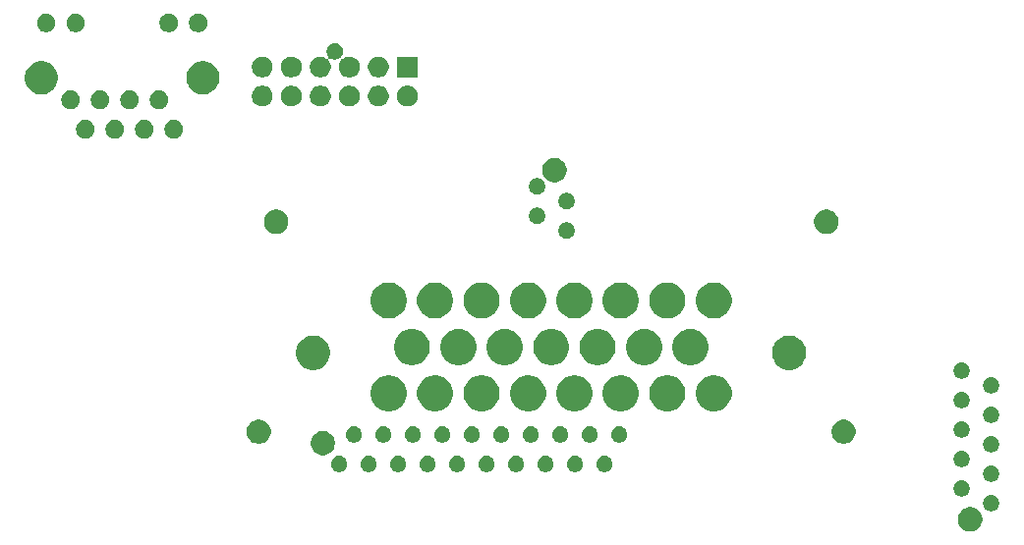
<source format=gbs>
G04 #@! TF.GenerationSoftware,KiCad,Pcbnew,5.0.2-bee76a0~70~ubuntu18.04.1*
G04 #@! TF.CreationDate,2019-04-15T21:31:07-04:00*
G04 #@! TF.ProjectId,DR_InterfaceBoard,44525f49-6e74-4657-9266-616365426f61,rev?*
G04 #@! TF.SameCoordinates,Original*
G04 #@! TF.FileFunction,Soldermask,Bot*
G04 #@! TF.FilePolarity,Negative*
%FSLAX46Y46*%
G04 Gerber Fmt 4.6, Leading zero omitted, Abs format (unit mm)*
G04 Created by KiCad (PCBNEW 5.0.2-bee76a0~70~ubuntu18.04.1) date Mon 15 Apr 2019 09:31:07 PM EDT*
%MOMM*%
%LPD*%
G01*
G04 APERTURE LIST*
%ADD10C,0.100000*%
G04 APERTURE END LIST*
D10*
G36*
X117886565Y-78113389D02*
X118077834Y-78192615D01*
X118249976Y-78307637D01*
X118396363Y-78454024D01*
X118511385Y-78626166D01*
X118590611Y-78817435D01*
X118631000Y-79020484D01*
X118631000Y-79227516D01*
X118590611Y-79430565D01*
X118511385Y-79621834D01*
X118396363Y-79793976D01*
X118249976Y-79940363D01*
X118077834Y-80055385D01*
X117886565Y-80134611D01*
X117683516Y-80175000D01*
X117476484Y-80175000D01*
X117273435Y-80134611D01*
X117082166Y-80055385D01*
X116910024Y-79940363D01*
X116763637Y-79793976D01*
X116648615Y-79621834D01*
X116569389Y-79430565D01*
X116529000Y-79227516D01*
X116529000Y-79020484D01*
X116569389Y-78817435D01*
X116648615Y-78626166D01*
X116763637Y-78454024D01*
X116910024Y-78307637D01*
X117082166Y-78192615D01*
X117273435Y-78113389D01*
X117476484Y-78073000D01*
X117683516Y-78073000D01*
X117886565Y-78113389D01*
X117886565Y-78113389D01*
G37*
G36*
X119584472Y-77049938D02*
X119712049Y-77102782D01*
X119826865Y-77179500D01*
X119924500Y-77277135D01*
X120001218Y-77391951D01*
X120054062Y-77519528D01*
X120081000Y-77654956D01*
X120081000Y-77793044D01*
X120054062Y-77928472D01*
X120001218Y-78056049D01*
X119924500Y-78170865D01*
X119826865Y-78268500D01*
X119712049Y-78345218D01*
X119584472Y-78398062D01*
X119449044Y-78425000D01*
X119310956Y-78425000D01*
X119175528Y-78398062D01*
X119047951Y-78345218D01*
X118933135Y-78268500D01*
X118835500Y-78170865D01*
X118758782Y-78056049D01*
X118705938Y-77928472D01*
X118679000Y-77793044D01*
X118679000Y-77654956D01*
X118705938Y-77519528D01*
X118758782Y-77391951D01*
X118835500Y-77277135D01*
X118933135Y-77179500D01*
X119047951Y-77102782D01*
X119175528Y-77049938D01*
X119310956Y-77023000D01*
X119449044Y-77023000D01*
X119584472Y-77049938D01*
X119584472Y-77049938D01*
G37*
G36*
X117044472Y-75779938D02*
X117172049Y-75832782D01*
X117286865Y-75909500D01*
X117384500Y-76007135D01*
X117461218Y-76121951D01*
X117514062Y-76249528D01*
X117541000Y-76384956D01*
X117541000Y-76523044D01*
X117514062Y-76658472D01*
X117461218Y-76786049D01*
X117384500Y-76900865D01*
X117286865Y-76998500D01*
X117172049Y-77075218D01*
X117044472Y-77128062D01*
X116909044Y-77155000D01*
X116770956Y-77155000D01*
X116635528Y-77128062D01*
X116507951Y-77075218D01*
X116393135Y-76998500D01*
X116295500Y-76900865D01*
X116218782Y-76786049D01*
X116165938Y-76658472D01*
X116139000Y-76523044D01*
X116139000Y-76384956D01*
X116165938Y-76249528D01*
X116218782Y-76121951D01*
X116295500Y-76007135D01*
X116393135Y-75909500D01*
X116507951Y-75832782D01*
X116635528Y-75779938D01*
X116770956Y-75753000D01*
X116909044Y-75753000D01*
X117044472Y-75779938D01*
X117044472Y-75779938D01*
G37*
G36*
X119584472Y-74509938D02*
X119712049Y-74562782D01*
X119826865Y-74639500D01*
X119924500Y-74737135D01*
X120001218Y-74851951D01*
X120054062Y-74979528D01*
X120081000Y-75114956D01*
X120081000Y-75253044D01*
X120054062Y-75388472D01*
X120001218Y-75516049D01*
X119924500Y-75630865D01*
X119826865Y-75728500D01*
X119712049Y-75805218D01*
X119584472Y-75858062D01*
X119449044Y-75885000D01*
X119310956Y-75885000D01*
X119175528Y-75858062D01*
X119047951Y-75805218D01*
X118933135Y-75728500D01*
X118835500Y-75630865D01*
X118758782Y-75516049D01*
X118705938Y-75388472D01*
X118679000Y-75253044D01*
X118679000Y-75114956D01*
X118705938Y-74979528D01*
X118758782Y-74851951D01*
X118835500Y-74737135D01*
X118933135Y-74639500D01*
X119047951Y-74562782D01*
X119175528Y-74509938D01*
X119310956Y-74483000D01*
X119449044Y-74483000D01*
X119584472Y-74509938D01*
X119584472Y-74509938D01*
G37*
G36*
X73577002Y-73679678D02*
X73704579Y-73732522D01*
X73819395Y-73809240D01*
X73917030Y-73906875D01*
X73993748Y-74021691D01*
X74046592Y-74149268D01*
X74073530Y-74284696D01*
X74073530Y-74422784D01*
X74046592Y-74558212D01*
X73993748Y-74685789D01*
X73917030Y-74800605D01*
X73819395Y-74898240D01*
X73704579Y-74974958D01*
X73577002Y-75027802D01*
X73441574Y-75054740D01*
X73303486Y-75054740D01*
X73168058Y-75027802D01*
X73040481Y-74974958D01*
X72925665Y-74898240D01*
X72828030Y-74800605D01*
X72751312Y-74685789D01*
X72698468Y-74558212D01*
X72671530Y-74422784D01*
X72671530Y-74284696D01*
X72698468Y-74149268D01*
X72751312Y-74021691D01*
X72828030Y-73906875D01*
X72925665Y-73809240D01*
X73040481Y-73732522D01*
X73168058Y-73679678D01*
X73303486Y-73652740D01*
X73441574Y-73652740D01*
X73577002Y-73679678D01*
X73577002Y-73679678D01*
G37*
G36*
X76117002Y-73679678D02*
X76244579Y-73732522D01*
X76359395Y-73809240D01*
X76457030Y-73906875D01*
X76533748Y-74021691D01*
X76586592Y-74149268D01*
X76613530Y-74284696D01*
X76613530Y-74422784D01*
X76586592Y-74558212D01*
X76533748Y-74685789D01*
X76457030Y-74800605D01*
X76359395Y-74898240D01*
X76244579Y-74974958D01*
X76117002Y-75027802D01*
X75981574Y-75054740D01*
X75843486Y-75054740D01*
X75708058Y-75027802D01*
X75580481Y-74974958D01*
X75465665Y-74898240D01*
X75368030Y-74800605D01*
X75291312Y-74685789D01*
X75238468Y-74558212D01*
X75211530Y-74422784D01*
X75211530Y-74284696D01*
X75238468Y-74149268D01*
X75291312Y-74021691D01*
X75368030Y-73906875D01*
X75465665Y-73809240D01*
X75580481Y-73732522D01*
X75708058Y-73679678D01*
X75843486Y-73652740D01*
X75981574Y-73652740D01*
X76117002Y-73679678D01*
X76117002Y-73679678D01*
G37*
G36*
X68497002Y-73679678D02*
X68624579Y-73732522D01*
X68739395Y-73809240D01*
X68837030Y-73906875D01*
X68913748Y-74021691D01*
X68966592Y-74149268D01*
X68993530Y-74284696D01*
X68993530Y-74422784D01*
X68966592Y-74558212D01*
X68913748Y-74685789D01*
X68837030Y-74800605D01*
X68739395Y-74898240D01*
X68624579Y-74974958D01*
X68497002Y-75027802D01*
X68361574Y-75054740D01*
X68223486Y-75054740D01*
X68088058Y-75027802D01*
X67960481Y-74974958D01*
X67845665Y-74898240D01*
X67748030Y-74800605D01*
X67671312Y-74685789D01*
X67618468Y-74558212D01*
X67591530Y-74422784D01*
X67591530Y-74284696D01*
X67618468Y-74149268D01*
X67671312Y-74021691D01*
X67748030Y-73906875D01*
X67845665Y-73809240D01*
X67960481Y-73732522D01*
X68088058Y-73679678D01*
X68223486Y-73652740D01*
X68361574Y-73652740D01*
X68497002Y-73679678D01*
X68497002Y-73679678D01*
G37*
G36*
X78657002Y-73679678D02*
X78784579Y-73732522D01*
X78899395Y-73809240D01*
X78997030Y-73906875D01*
X79073748Y-74021691D01*
X79126592Y-74149268D01*
X79153530Y-74284696D01*
X79153530Y-74422784D01*
X79126592Y-74558212D01*
X79073748Y-74685789D01*
X78997030Y-74800605D01*
X78899395Y-74898240D01*
X78784579Y-74974958D01*
X78657002Y-75027802D01*
X78521574Y-75054740D01*
X78383486Y-75054740D01*
X78248058Y-75027802D01*
X78120481Y-74974958D01*
X78005665Y-74898240D01*
X77908030Y-74800605D01*
X77831312Y-74685789D01*
X77778468Y-74558212D01*
X77751530Y-74422784D01*
X77751530Y-74284696D01*
X77778468Y-74149268D01*
X77831312Y-74021691D01*
X77908030Y-73906875D01*
X78005665Y-73809240D01*
X78120481Y-73732522D01*
X78248058Y-73679678D01*
X78383486Y-73652740D01*
X78521574Y-73652740D01*
X78657002Y-73679678D01*
X78657002Y-73679678D01*
G37*
G36*
X65957002Y-73679678D02*
X66084579Y-73732522D01*
X66199395Y-73809240D01*
X66297030Y-73906875D01*
X66373748Y-74021691D01*
X66426592Y-74149268D01*
X66453530Y-74284696D01*
X66453530Y-74422784D01*
X66426592Y-74558212D01*
X66373748Y-74685789D01*
X66297030Y-74800605D01*
X66199395Y-74898240D01*
X66084579Y-74974958D01*
X65957002Y-75027802D01*
X65821574Y-75054740D01*
X65683486Y-75054740D01*
X65548058Y-75027802D01*
X65420481Y-74974958D01*
X65305665Y-74898240D01*
X65208030Y-74800605D01*
X65131312Y-74685789D01*
X65078468Y-74558212D01*
X65051530Y-74422784D01*
X65051530Y-74284696D01*
X65078468Y-74149268D01*
X65131312Y-74021691D01*
X65208030Y-73906875D01*
X65305665Y-73809240D01*
X65420481Y-73732522D01*
X65548058Y-73679678D01*
X65683486Y-73652740D01*
X65821574Y-73652740D01*
X65957002Y-73679678D01*
X65957002Y-73679678D01*
G37*
G36*
X81197002Y-73679678D02*
X81324579Y-73732522D01*
X81439395Y-73809240D01*
X81537030Y-73906875D01*
X81613748Y-74021691D01*
X81666592Y-74149268D01*
X81693530Y-74284696D01*
X81693530Y-74422784D01*
X81666592Y-74558212D01*
X81613748Y-74685789D01*
X81537030Y-74800605D01*
X81439395Y-74898240D01*
X81324579Y-74974958D01*
X81197002Y-75027802D01*
X81061574Y-75054740D01*
X80923486Y-75054740D01*
X80788058Y-75027802D01*
X80660481Y-74974958D01*
X80545665Y-74898240D01*
X80448030Y-74800605D01*
X80371312Y-74685789D01*
X80318468Y-74558212D01*
X80291530Y-74422784D01*
X80291530Y-74284696D01*
X80318468Y-74149268D01*
X80371312Y-74021691D01*
X80448030Y-73906875D01*
X80545665Y-73809240D01*
X80660481Y-73732522D01*
X80788058Y-73679678D01*
X80923486Y-73652740D01*
X81061574Y-73652740D01*
X81197002Y-73679678D01*
X81197002Y-73679678D01*
G37*
G36*
X63417002Y-73679678D02*
X63544579Y-73732522D01*
X63659395Y-73809240D01*
X63757030Y-73906875D01*
X63833748Y-74021691D01*
X63886592Y-74149268D01*
X63913530Y-74284696D01*
X63913530Y-74422784D01*
X63886592Y-74558212D01*
X63833748Y-74685789D01*
X63757030Y-74800605D01*
X63659395Y-74898240D01*
X63544579Y-74974958D01*
X63417002Y-75027802D01*
X63281574Y-75054740D01*
X63143486Y-75054740D01*
X63008058Y-75027802D01*
X62880481Y-74974958D01*
X62765665Y-74898240D01*
X62668030Y-74800605D01*
X62591312Y-74685789D01*
X62538468Y-74558212D01*
X62511530Y-74422784D01*
X62511530Y-74284696D01*
X62538468Y-74149268D01*
X62591312Y-74021691D01*
X62668030Y-73906875D01*
X62765665Y-73809240D01*
X62880481Y-73732522D01*
X63008058Y-73679678D01*
X63143486Y-73652740D01*
X63281574Y-73652740D01*
X63417002Y-73679678D01*
X63417002Y-73679678D01*
G37*
G36*
X71037002Y-73679678D02*
X71164579Y-73732522D01*
X71279395Y-73809240D01*
X71377030Y-73906875D01*
X71453748Y-74021691D01*
X71506592Y-74149268D01*
X71533530Y-74284696D01*
X71533530Y-74422784D01*
X71506592Y-74558212D01*
X71453748Y-74685789D01*
X71377030Y-74800605D01*
X71279395Y-74898240D01*
X71164579Y-74974958D01*
X71037002Y-75027802D01*
X70901574Y-75054740D01*
X70763486Y-75054740D01*
X70628058Y-75027802D01*
X70500481Y-74974958D01*
X70385665Y-74898240D01*
X70288030Y-74800605D01*
X70211312Y-74685789D01*
X70158468Y-74558212D01*
X70131530Y-74422784D01*
X70131530Y-74284696D01*
X70158468Y-74149268D01*
X70211312Y-74021691D01*
X70288030Y-73906875D01*
X70385665Y-73809240D01*
X70500481Y-73732522D01*
X70628058Y-73679678D01*
X70763486Y-73652740D01*
X70901574Y-73652740D01*
X71037002Y-73679678D01*
X71037002Y-73679678D01*
G37*
G36*
X86277002Y-73679678D02*
X86404579Y-73732522D01*
X86519395Y-73809240D01*
X86617030Y-73906875D01*
X86693748Y-74021691D01*
X86746592Y-74149268D01*
X86773530Y-74284696D01*
X86773530Y-74422784D01*
X86746592Y-74558212D01*
X86693748Y-74685789D01*
X86617030Y-74800605D01*
X86519395Y-74898240D01*
X86404579Y-74974958D01*
X86277002Y-75027802D01*
X86141574Y-75054740D01*
X86003486Y-75054740D01*
X85868058Y-75027802D01*
X85740481Y-74974958D01*
X85625665Y-74898240D01*
X85528030Y-74800605D01*
X85451312Y-74685789D01*
X85398468Y-74558212D01*
X85371530Y-74422784D01*
X85371530Y-74284696D01*
X85398468Y-74149268D01*
X85451312Y-74021691D01*
X85528030Y-73906875D01*
X85625665Y-73809240D01*
X85740481Y-73732522D01*
X85868058Y-73679678D01*
X86003486Y-73652740D01*
X86141574Y-73652740D01*
X86277002Y-73679678D01*
X86277002Y-73679678D01*
G37*
G36*
X83737002Y-73679678D02*
X83864579Y-73732522D01*
X83979395Y-73809240D01*
X84077030Y-73906875D01*
X84153748Y-74021691D01*
X84206592Y-74149268D01*
X84233530Y-74284696D01*
X84233530Y-74422784D01*
X84206592Y-74558212D01*
X84153748Y-74685789D01*
X84077030Y-74800605D01*
X83979395Y-74898240D01*
X83864579Y-74974958D01*
X83737002Y-75027802D01*
X83601574Y-75054740D01*
X83463486Y-75054740D01*
X83328058Y-75027802D01*
X83200481Y-74974958D01*
X83085665Y-74898240D01*
X82988030Y-74800605D01*
X82911312Y-74685789D01*
X82858468Y-74558212D01*
X82831530Y-74422784D01*
X82831530Y-74284696D01*
X82858468Y-74149268D01*
X82911312Y-74021691D01*
X82988030Y-73906875D01*
X83085665Y-73809240D01*
X83200481Y-73732522D01*
X83328058Y-73679678D01*
X83463486Y-73652740D01*
X83601574Y-73652740D01*
X83737002Y-73679678D01*
X83737002Y-73679678D01*
G37*
G36*
X117044472Y-73239938D02*
X117172049Y-73292782D01*
X117286865Y-73369500D01*
X117384500Y-73467135D01*
X117461218Y-73581951D01*
X117514062Y-73709528D01*
X117541000Y-73844956D01*
X117541000Y-73983044D01*
X117514062Y-74118472D01*
X117461218Y-74246049D01*
X117384500Y-74360865D01*
X117286865Y-74458500D01*
X117172049Y-74535218D01*
X117044472Y-74588062D01*
X116909044Y-74615000D01*
X116770956Y-74615000D01*
X116635528Y-74588062D01*
X116507951Y-74535218D01*
X116393135Y-74458500D01*
X116295500Y-74360865D01*
X116218782Y-74246049D01*
X116165938Y-74118472D01*
X116139000Y-73983044D01*
X116139000Y-73844956D01*
X116165938Y-73709528D01*
X116218782Y-73581951D01*
X116295500Y-73467135D01*
X116393135Y-73369500D01*
X116507951Y-73292782D01*
X116635528Y-73239938D01*
X116770956Y-73213000D01*
X116909044Y-73213000D01*
X117044472Y-73239938D01*
X117044472Y-73239938D01*
G37*
G36*
X62119095Y-71543129D02*
X62310364Y-71622355D01*
X62482506Y-71737377D01*
X62628893Y-71883764D01*
X62743915Y-72055906D01*
X62823141Y-72247175D01*
X62863530Y-72450224D01*
X62863530Y-72657256D01*
X62823141Y-72860305D01*
X62743915Y-73051574D01*
X62628893Y-73223716D01*
X62482506Y-73370103D01*
X62310364Y-73485125D01*
X62119095Y-73564351D01*
X61916046Y-73604740D01*
X61709014Y-73604740D01*
X61505965Y-73564351D01*
X61314696Y-73485125D01*
X61142554Y-73370103D01*
X60996167Y-73223716D01*
X60881145Y-73051574D01*
X60801919Y-72860305D01*
X60761530Y-72657256D01*
X60761530Y-72450224D01*
X60801919Y-72247175D01*
X60881145Y-72055906D01*
X60996167Y-71883764D01*
X61142554Y-71737377D01*
X61314696Y-71622355D01*
X61505965Y-71543129D01*
X61709014Y-71502740D01*
X61916046Y-71502740D01*
X62119095Y-71543129D01*
X62119095Y-71543129D01*
G37*
G36*
X119584472Y-71969938D02*
X119712049Y-72022782D01*
X119826865Y-72099500D01*
X119924500Y-72197135D01*
X120001218Y-72311951D01*
X120054062Y-72439528D01*
X120081000Y-72574956D01*
X120081000Y-72713044D01*
X120054062Y-72848472D01*
X120001218Y-72976049D01*
X119924500Y-73090865D01*
X119826865Y-73188500D01*
X119712049Y-73265218D01*
X119584472Y-73318062D01*
X119449044Y-73345000D01*
X119310956Y-73345000D01*
X119175528Y-73318062D01*
X119047951Y-73265218D01*
X118933135Y-73188500D01*
X118835500Y-73090865D01*
X118758782Y-72976049D01*
X118705938Y-72848472D01*
X118679000Y-72713044D01*
X118679000Y-72574956D01*
X118705938Y-72439528D01*
X118758782Y-72311951D01*
X118835500Y-72197135D01*
X118933135Y-72099500D01*
X119047951Y-72022782D01*
X119175528Y-71969938D01*
X119310956Y-71943000D01*
X119449044Y-71943000D01*
X119584472Y-71969938D01*
X119584472Y-71969938D01*
G37*
G36*
X106987565Y-70559389D02*
X107178834Y-70638615D01*
X107350976Y-70753637D01*
X107497363Y-70900024D01*
X107612385Y-71072166D01*
X107691611Y-71263435D01*
X107732000Y-71466484D01*
X107732000Y-71673516D01*
X107691611Y-71876565D01*
X107612385Y-72067834D01*
X107497363Y-72239976D01*
X107350976Y-72386363D01*
X107178834Y-72501385D01*
X106987565Y-72580611D01*
X106784516Y-72621000D01*
X106577484Y-72621000D01*
X106374435Y-72580611D01*
X106183166Y-72501385D01*
X106011024Y-72386363D01*
X105864637Y-72239976D01*
X105749615Y-72067834D01*
X105670389Y-71876565D01*
X105630000Y-71673516D01*
X105630000Y-71466484D01*
X105670389Y-71263435D01*
X105749615Y-71072166D01*
X105864637Y-70900024D01*
X106011024Y-70753637D01*
X106183166Y-70638615D01*
X106374435Y-70559389D01*
X106577484Y-70519000D01*
X106784516Y-70519000D01*
X106987565Y-70559389D01*
X106987565Y-70559389D01*
G37*
G36*
X56587565Y-70559389D02*
X56778834Y-70638615D01*
X56950976Y-70753637D01*
X57097363Y-70900024D01*
X57212385Y-71072166D01*
X57291611Y-71263435D01*
X57332000Y-71466484D01*
X57332000Y-71673516D01*
X57291611Y-71876565D01*
X57212385Y-72067834D01*
X57097363Y-72239976D01*
X56950976Y-72386363D01*
X56778834Y-72501385D01*
X56587565Y-72580611D01*
X56384516Y-72621000D01*
X56177484Y-72621000D01*
X55974435Y-72580611D01*
X55783166Y-72501385D01*
X55611024Y-72386363D01*
X55464637Y-72239976D01*
X55349615Y-72067834D01*
X55270389Y-71876565D01*
X55230000Y-71673516D01*
X55230000Y-71466484D01*
X55270389Y-71263435D01*
X55349615Y-71072166D01*
X55464637Y-70900024D01*
X55611024Y-70753637D01*
X55783166Y-70638615D01*
X55974435Y-70559389D01*
X56177484Y-70519000D01*
X56384516Y-70519000D01*
X56587565Y-70559389D01*
X56587565Y-70559389D01*
G37*
G36*
X82467002Y-71139678D02*
X82594579Y-71192522D01*
X82709395Y-71269240D01*
X82807030Y-71366875D01*
X82883748Y-71481691D01*
X82936592Y-71609268D01*
X82963530Y-71744696D01*
X82963530Y-71882784D01*
X82936592Y-72018212D01*
X82883748Y-72145789D01*
X82807030Y-72260605D01*
X82709395Y-72358240D01*
X82594579Y-72434958D01*
X82467002Y-72487802D01*
X82331574Y-72514740D01*
X82193486Y-72514740D01*
X82058058Y-72487802D01*
X81930481Y-72434958D01*
X81815665Y-72358240D01*
X81718030Y-72260605D01*
X81641312Y-72145789D01*
X81588468Y-72018212D01*
X81561530Y-71882784D01*
X81561530Y-71744696D01*
X81588468Y-71609268D01*
X81641312Y-71481691D01*
X81718030Y-71366875D01*
X81815665Y-71269240D01*
X81930481Y-71192522D01*
X82058058Y-71139678D01*
X82193486Y-71112740D01*
X82331574Y-71112740D01*
X82467002Y-71139678D01*
X82467002Y-71139678D01*
G37*
G36*
X74847002Y-71139678D02*
X74974579Y-71192522D01*
X75089395Y-71269240D01*
X75187030Y-71366875D01*
X75263748Y-71481691D01*
X75316592Y-71609268D01*
X75343530Y-71744696D01*
X75343530Y-71882784D01*
X75316592Y-72018212D01*
X75263748Y-72145789D01*
X75187030Y-72260605D01*
X75089395Y-72358240D01*
X74974579Y-72434958D01*
X74847002Y-72487802D01*
X74711574Y-72514740D01*
X74573486Y-72514740D01*
X74438058Y-72487802D01*
X74310481Y-72434958D01*
X74195665Y-72358240D01*
X74098030Y-72260605D01*
X74021312Y-72145789D01*
X73968468Y-72018212D01*
X73941530Y-71882784D01*
X73941530Y-71744696D01*
X73968468Y-71609268D01*
X74021312Y-71481691D01*
X74098030Y-71366875D01*
X74195665Y-71269240D01*
X74310481Y-71192522D01*
X74438058Y-71139678D01*
X74573486Y-71112740D01*
X74711574Y-71112740D01*
X74847002Y-71139678D01*
X74847002Y-71139678D01*
G37*
G36*
X77387002Y-71139678D02*
X77514579Y-71192522D01*
X77629395Y-71269240D01*
X77727030Y-71366875D01*
X77803748Y-71481691D01*
X77856592Y-71609268D01*
X77883530Y-71744696D01*
X77883530Y-71882784D01*
X77856592Y-72018212D01*
X77803748Y-72145789D01*
X77727030Y-72260605D01*
X77629395Y-72358240D01*
X77514579Y-72434958D01*
X77387002Y-72487802D01*
X77251574Y-72514740D01*
X77113486Y-72514740D01*
X76978058Y-72487802D01*
X76850481Y-72434958D01*
X76735665Y-72358240D01*
X76638030Y-72260605D01*
X76561312Y-72145789D01*
X76508468Y-72018212D01*
X76481530Y-71882784D01*
X76481530Y-71744696D01*
X76508468Y-71609268D01*
X76561312Y-71481691D01*
X76638030Y-71366875D01*
X76735665Y-71269240D01*
X76850481Y-71192522D01*
X76978058Y-71139678D01*
X77113486Y-71112740D01*
X77251574Y-71112740D01*
X77387002Y-71139678D01*
X77387002Y-71139678D01*
G37*
G36*
X79927002Y-71139678D02*
X80054579Y-71192522D01*
X80169395Y-71269240D01*
X80267030Y-71366875D01*
X80343748Y-71481691D01*
X80396592Y-71609268D01*
X80423530Y-71744696D01*
X80423530Y-71882784D01*
X80396592Y-72018212D01*
X80343748Y-72145789D01*
X80267030Y-72260605D01*
X80169395Y-72358240D01*
X80054579Y-72434958D01*
X79927002Y-72487802D01*
X79791574Y-72514740D01*
X79653486Y-72514740D01*
X79518058Y-72487802D01*
X79390481Y-72434958D01*
X79275665Y-72358240D01*
X79178030Y-72260605D01*
X79101312Y-72145789D01*
X79048468Y-72018212D01*
X79021530Y-71882784D01*
X79021530Y-71744696D01*
X79048468Y-71609268D01*
X79101312Y-71481691D01*
X79178030Y-71366875D01*
X79275665Y-71269240D01*
X79390481Y-71192522D01*
X79518058Y-71139678D01*
X79653486Y-71112740D01*
X79791574Y-71112740D01*
X79927002Y-71139678D01*
X79927002Y-71139678D01*
G37*
G36*
X85007002Y-71139678D02*
X85134579Y-71192522D01*
X85249395Y-71269240D01*
X85347030Y-71366875D01*
X85423748Y-71481691D01*
X85476592Y-71609268D01*
X85503530Y-71744696D01*
X85503530Y-71882784D01*
X85476592Y-72018212D01*
X85423748Y-72145789D01*
X85347030Y-72260605D01*
X85249395Y-72358240D01*
X85134579Y-72434958D01*
X85007002Y-72487802D01*
X84871574Y-72514740D01*
X84733486Y-72514740D01*
X84598058Y-72487802D01*
X84470481Y-72434958D01*
X84355665Y-72358240D01*
X84258030Y-72260605D01*
X84181312Y-72145789D01*
X84128468Y-72018212D01*
X84101530Y-71882784D01*
X84101530Y-71744696D01*
X84128468Y-71609268D01*
X84181312Y-71481691D01*
X84258030Y-71366875D01*
X84355665Y-71269240D01*
X84470481Y-71192522D01*
X84598058Y-71139678D01*
X84733486Y-71112740D01*
X84871574Y-71112740D01*
X85007002Y-71139678D01*
X85007002Y-71139678D01*
G37*
G36*
X69767002Y-71139678D02*
X69894579Y-71192522D01*
X70009395Y-71269240D01*
X70107030Y-71366875D01*
X70183748Y-71481691D01*
X70236592Y-71609268D01*
X70263530Y-71744696D01*
X70263530Y-71882784D01*
X70236592Y-72018212D01*
X70183748Y-72145789D01*
X70107030Y-72260605D01*
X70009395Y-72358240D01*
X69894579Y-72434958D01*
X69767002Y-72487802D01*
X69631574Y-72514740D01*
X69493486Y-72514740D01*
X69358058Y-72487802D01*
X69230481Y-72434958D01*
X69115665Y-72358240D01*
X69018030Y-72260605D01*
X68941312Y-72145789D01*
X68888468Y-72018212D01*
X68861530Y-71882784D01*
X68861530Y-71744696D01*
X68888468Y-71609268D01*
X68941312Y-71481691D01*
X69018030Y-71366875D01*
X69115665Y-71269240D01*
X69230481Y-71192522D01*
X69358058Y-71139678D01*
X69493486Y-71112740D01*
X69631574Y-71112740D01*
X69767002Y-71139678D01*
X69767002Y-71139678D01*
G37*
G36*
X64687002Y-71139678D02*
X64814579Y-71192522D01*
X64929395Y-71269240D01*
X65027030Y-71366875D01*
X65103748Y-71481691D01*
X65156592Y-71609268D01*
X65183530Y-71744696D01*
X65183530Y-71882784D01*
X65156592Y-72018212D01*
X65103748Y-72145789D01*
X65027030Y-72260605D01*
X64929395Y-72358240D01*
X64814579Y-72434958D01*
X64687002Y-72487802D01*
X64551574Y-72514740D01*
X64413486Y-72514740D01*
X64278058Y-72487802D01*
X64150481Y-72434958D01*
X64035665Y-72358240D01*
X63938030Y-72260605D01*
X63861312Y-72145789D01*
X63808468Y-72018212D01*
X63781530Y-71882784D01*
X63781530Y-71744696D01*
X63808468Y-71609268D01*
X63861312Y-71481691D01*
X63938030Y-71366875D01*
X64035665Y-71269240D01*
X64150481Y-71192522D01*
X64278058Y-71139678D01*
X64413486Y-71112740D01*
X64551574Y-71112740D01*
X64687002Y-71139678D01*
X64687002Y-71139678D01*
G37*
G36*
X72307002Y-71139678D02*
X72434579Y-71192522D01*
X72549395Y-71269240D01*
X72647030Y-71366875D01*
X72723748Y-71481691D01*
X72776592Y-71609268D01*
X72803530Y-71744696D01*
X72803530Y-71882784D01*
X72776592Y-72018212D01*
X72723748Y-72145789D01*
X72647030Y-72260605D01*
X72549395Y-72358240D01*
X72434579Y-72434958D01*
X72307002Y-72487802D01*
X72171574Y-72514740D01*
X72033486Y-72514740D01*
X71898058Y-72487802D01*
X71770481Y-72434958D01*
X71655665Y-72358240D01*
X71558030Y-72260605D01*
X71481312Y-72145789D01*
X71428468Y-72018212D01*
X71401530Y-71882784D01*
X71401530Y-71744696D01*
X71428468Y-71609268D01*
X71481312Y-71481691D01*
X71558030Y-71366875D01*
X71655665Y-71269240D01*
X71770481Y-71192522D01*
X71898058Y-71139678D01*
X72033486Y-71112740D01*
X72171574Y-71112740D01*
X72307002Y-71139678D01*
X72307002Y-71139678D01*
G37*
G36*
X67227002Y-71139678D02*
X67354579Y-71192522D01*
X67469395Y-71269240D01*
X67567030Y-71366875D01*
X67643748Y-71481691D01*
X67696592Y-71609268D01*
X67723530Y-71744696D01*
X67723530Y-71882784D01*
X67696592Y-72018212D01*
X67643748Y-72145789D01*
X67567030Y-72260605D01*
X67469395Y-72358240D01*
X67354579Y-72434958D01*
X67227002Y-72487802D01*
X67091574Y-72514740D01*
X66953486Y-72514740D01*
X66818058Y-72487802D01*
X66690481Y-72434958D01*
X66575665Y-72358240D01*
X66478030Y-72260605D01*
X66401312Y-72145789D01*
X66348468Y-72018212D01*
X66321530Y-71882784D01*
X66321530Y-71744696D01*
X66348468Y-71609268D01*
X66401312Y-71481691D01*
X66478030Y-71366875D01*
X66575665Y-71269240D01*
X66690481Y-71192522D01*
X66818058Y-71139678D01*
X66953486Y-71112740D01*
X67091574Y-71112740D01*
X67227002Y-71139678D01*
X67227002Y-71139678D01*
G37*
G36*
X87547002Y-71139678D02*
X87674579Y-71192522D01*
X87789395Y-71269240D01*
X87887030Y-71366875D01*
X87963748Y-71481691D01*
X88016592Y-71609268D01*
X88043530Y-71744696D01*
X88043530Y-71882784D01*
X88016592Y-72018212D01*
X87963748Y-72145789D01*
X87887030Y-72260605D01*
X87789395Y-72358240D01*
X87674579Y-72434958D01*
X87547002Y-72487802D01*
X87411574Y-72514740D01*
X87273486Y-72514740D01*
X87138058Y-72487802D01*
X87010481Y-72434958D01*
X86895665Y-72358240D01*
X86798030Y-72260605D01*
X86721312Y-72145789D01*
X86668468Y-72018212D01*
X86641530Y-71882784D01*
X86641530Y-71744696D01*
X86668468Y-71609268D01*
X86721312Y-71481691D01*
X86798030Y-71366875D01*
X86895665Y-71269240D01*
X87010481Y-71192522D01*
X87138058Y-71139678D01*
X87273486Y-71112740D01*
X87411574Y-71112740D01*
X87547002Y-71139678D01*
X87547002Y-71139678D01*
G37*
G36*
X117044472Y-70699938D02*
X117172049Y-70752782D01*
X117286865Y-70829500D01*
X117384500Y-70927135D01*
X117461218Y-71041951D01*
X117514062Y-71169528D01*
X117541000Y-71304956D01*
X117541000Y-71443044D01*
X117514062Y-71578472D01*
X117461218Y-71706049D01*
X117384500Y-71820865D01*
X117286865Y-71918500D01*
X117172049Y-71995218D01*
X117044472Y-72048062D01*
X116909044Y-72075000D01*
X116770956Y-72075000D01*
X116635528Y-72048062D01*
X116507951Y-71995218D01*
X116393135Y-71918500D01*
X116295500Y-71820865D01*
X116218782Y-71706049D01*
X116165938Y-71578472D01*
X116139000Y-71443044D01*
X116139000Y-71304956D01*
X116165938Y-71169528D01*
X116218782Y-71041951D01*
X116295500Y-70927135D01*
X116393135Y-70829500D01*
X116507951Y-70752782D01*
X116635528Y-70699938D01*
X116770956Y-70673000D01*
X116909044Y-70673000D01*
X117044472Y-70699938D01*
X117044472Y-70699938D01*
G37*
G36*
X119584472Y-69429938D02*
X119712049Y-69482782D01*
X119826865Y-69559500D01*
X119924500Y-69657135D01*
X120001218Y-69771951D01*
X120054062Y-69899528D01*
X120081000Y-70034956D01*
X120081000Y-70173044D01*
X120054062Y-70308472D01*
X120001218Y-70436049D01*
X119924500Y-70550865D01*
X119826865Y-70648500D01*
X119712049Y-70725218D01*
X119584472Y-70778062D01*
X119449044Y-70805000D01*
X119310956Y-70805000D01*
X119175528Y-70778062D01*
X119047951Y-70725218D01*
X118933135Y-70648500D01*
X118835500Y-70550865D01*
X118758782Y-70436049D01*
X118705938Y-70308472D01*
X118679000Y-70173044D01*
X118679000Y-70034956D01*
X118705938Y-69899528D01*
X118758782Y-69771951D01*
X118835500Y-69657135D01*
X118933135Y-69559500D01*
X119047951Y-69482782D01*
X119175528Y-69429938D01*
X119310956Y-69403000D01*
X119449044Y-69403000D01*
X119584472Y-69429938D01*
X119584472Y-69429938D01*
G37*
G36*
X75833527Y-66758736D02*
X75933410Y-66778604D01*
X76215674Y-66895521D01*
X76469705Y-67065259D01*
X76685741Y-67281295D01*
X76855479Y-67535326D01*
X76972396Y-67817590D01*
X77032000Y-68117240D01*
X77032000Y-68422760D01*
X76972396Y-68722410D01*
X76855479Y-69004674D01*
X76685741Y-69258705D01*
X76469705Y-69474741D01*
X76215674Y-69644479D01*
X75933410Y-69761396D01*
X75880346Y-69771951D01*
X75633762Y-69821000D01*
X75328238Y-69821000D01*
X75081654Y-69771951D01*
X75028590Y-69761396D01*
X74746326Y-69644479D01*
X74492295Y-69474741D01*
X74276259Y-69258705D01*
X74106521Y-69004674D01*
X73989604Y-68722410D01*
X73930000Y-68422760D01*
X73930000Y-68117240D01*
X73989604Y-67817590D01*
X74106521Y-67535326D01*
X74276259Y-67281295D01*
X74492295Y-67065259D01*
X74746326Y-66895521D01*
X75028590Y-66778604D01*
X75128473Y-66758736D01*
X75328238Y-66719000D01*
X75633762Y-66719000D01*
X75833527Y-66758736D01*
X75833527Y-66758736D01*
G37*
G36*
X67833527Y-66758736D02*
X67933410Y-66778604D01*
X68215674Y-66895521D01*
X68469705Y-67065259D01*
X68685741Y-67281295D01*
X68855479Y-67535326D01*
X68972396Y-67817590D01*
X69032000Y-68117240D01*
X69032000Y-68422760D01*
X68972396Y-68722410D01*
X68855479Y-69004674D01*
X68685741Y-69258705D01*
X68469705Y-69474741D01*
X68215674Y-69644479D01*
X67933410Y-69761396D01*
X67880346Y-69771951D01*
X67633762Y-69821000D01*
X67328238Y-69821000D01*
X67081654Y-69771951D01*
X67028590Y-69761396D01*
X66746326Y-69644479D01*
X66492295Y-69474741D01*
X66276259Y-69258705D01*
X66106521Y-69004674D01*
X65989604Y-68722410D01*
X65930000Y-68422760D01*
X65930000Y-68117240D01*
X65989604Y-67817590D01*
X66106521Y-67535326D01*
X66276259Y-67281295D01*
X66492295Y-67065259D01*
X66746326Y-66895521D01*
X67028590Y-66778604D01*
X67128473Y-66758736D01*
X67328238Y-66719000D01*
X67633762Y-66719000D01*
X67833527Y-66758736D01*
X67833527Y-66758736D01*
G37*
G36*
X71833527Y-66758736D02*
X71933410Y-66778604D01*
X72215674Y-66895521D01*
X72469705Y-67065259D01*
X72685741Y-67281295D01*
X72855479Y-67535326D01*
X72972396Y-67817590D01*
X73032000Y-68117240D01*
X73032000Y-68422760D01*
X72972396Y-68722410D01*
X72855479Y-69004674D01*
X72685741Y-69258705D01*
X72469705Y-69474741D01*
X72215674Y-69644479D01*
X71933410Y-69761396D01*
X71880346Y-69771951D01*
X71633762Y-69821000D01*
X71328238Y-69821000D01*
X71081654Y-69771951D01*
X71028590Y-69761396D01*
X70746326Y-69644479D01*
X70492295Y-69474741D01*
X70276259Y-69258705D01*
X70106521Y-69004674D01*
X69989604Y-68722410D01*
X69930000Y-68422760D01*
X69930000Y-68117240D01*
X69989604Y-67817590D01*
X70106521Y-67535326D01*
X70276259Y-67281295D01*
X70492295Y-67065259D01*
X70746326Y-66895521D01*
X71028590Y-66778604D01*
X71128473Y-66758736D01*
X71328238Y-66719000D01*
X71633762Y-66719000D01*
X71833527Y-66758736D01*
X71833527Y-66758736D01*
G37*
G36*
X79833527Y-66758736D02*
X79933410Y-66778604D01*
X80215674Y-66895521D01*
X80469705Y-67065259D01*
X80685741Y-67281295D01*
X80855479Y-67535326D01*
X80972396Y-67817590D01*
X81032000Y-68117240D01*
X81032000Y-68422760D01*
X80972396Y-68722410D01*
X80855479Y-69004674D01*
X80685741Y-69258705D01*
X80469705Y-69474741D01*
X80215674Y-69644479D01*
X79933410Y-69761396D01*
X79880346Y-69771951D01*
X79633762Y-69821000D01*
X79328238Y-69821000D01*
X79081654Y-69771951D01*
X79028590Y-69761396D01*
X78746326Y-69644479D01*
X78492295Y-69474741D01*
X78276259Y-69258705D01*
X78106521Y-69004674D01*
X77989604Y-68722410D01*
X77930000Y-68422760D01*
X77930000Y-68117240D01*
X77989604Y-67817590D01*
X78106521Y-67535326D01*
X78276259Y-67281295D01*
X78492295Y-67065259D01*
X78746326Y-66895521D01*
X79028590Y-66778604D01*
X79128473Y-66758736D01*
X79328238Y-66719000D01*
X79633762Y-66719000D01*
X79833527Y-66758736D01*
X79833527Y-66758736D01*
G37*
G36*
X83833527Y-66758736D02*
X83933410Y-66778604D01*
X84215674Y-66895521D01*
X84469705Y-67065259D01*
X84685741Y-67281295D01*
X84855479Y-67535326D01*
X84972396Y-67817590D01*
X85032000Y-68117240D01*
X85032000Y-68422760D01*
X84972396Y-68722410D01*
X84855479Y-69004674D01*
X84685741Y-69258705D01*
X84469705Y-69474741D01*
X84215674Y-69644479D01*
X83933410Y-69761396D01*
X83880346Y-69771951D01*
X83633762Y-69821000D01*
X83328238Y-69821000D01*
X83081654Y-69771951D01*
X83028590Y-69761396D01*
X82746326Y-69644479D01*
X82492295Y-69474741D01*
X82276259Y-69258705D01*
X82106521Y-69004674D01*
X81989604Y-68722410D01*
X81930000Y-68422760D01*
X81930000Y-68117240D01*
X81989604Y-67817590D01*
X82106521Y-67535326D01*
X82276259Y-67281295D01*
X82492295Y-67065259D01*
X82746326Y-66895521D01*
X83028590Y-66778604D01*
X83128473Y-66758736D01*
X83328238Y-66719000D01*
X83633762Y-66719000D01*
X83833527Y-66758736D01*
X83833527Y-66758736D01*
G37*
G36*
X87833527Y-66758736D02*
X87933410Y-66778604D01*
X88215674Y-66895521D01*
X88469705Y-67065259D01*
X88685741Y-67281295D01*
X88855479Y-67535326D01*
X88972396Y-67817590D01*
X89032000Y-68117240D01*
X89032000Y-68422760D01*
X88972396Y-68722410D01*
X88855479Y-69004674D01*
X88685741Y-69258705D01*
X88469705Y-69474741D01*
X88215674Y-69644479D01*
X87933410Y-69761396D01*
X87880346Y-69771951D01*
X87633762Y-69821000D01*
X87328238Y-69821000D01*
X87081654Y-69771951D01*
X87028590Y-69761396D01*
X86746326Y-69644479D01*
X86492295Y-69474741D01*
X86276259Y-69258705D01*
X86106521Y-69004674D01*
X85989604Y-68722410D01*
X85930000Y-68422760D01*
X85930000Y-68117240D01*
X85989604Y-67817590D01*
X86106521Y-67535326D01*
X86276259Y-67281295D01*
X86492295Y-67065259D01*
X86746326Y-66895521D01*
X87028590Y-66778604D01*
X87128473Y-66758736D01*
X87328238Y-66719000D01*
X87633762Y-66719000D01*
X87833527Y-66758736D01*
X87833527Y-66758736D01*
G37*
G36*
X95833527Y-66758736D02*
X95933410Y-66778604D01*
X96215674Y-66895521D01*
X96469705Y-67065259D01*
X96685741Y-67281295D01*
X96855479Y-67535326D01*
X96972396Y-67817590D01*
X97032000Y-68117240D01*
X97032000Y-68422760D01*
X96972396Y-68722410D01*
X96855479Y-69004674D01*
X96685741Y-69258705D01*
X96469705Y-69474741D01*
X96215674Y-69644479D01*
X95933410Y-69761396D01*
X95880346Y-69771951D01*
X95633762Y-69821000D01*
X95328238Y-69821000D01*
X95081654Y-69771951D01*
X95028590Y-69761396D01*
X94746326Y-69644479D01*
X94492295Y-69474741D01*
X94276259Y-69258705D01*
X94106521Y-69004674D01*
X93989604Y-68722410D01*
X93930000Y-68422760D01*
X93930000Y-68117240D01*
X93989604Y-67817590D01*
X94106521Y-67535326D01*
X94276259Y-67281295D01*
X94492295Y-67065259D01*
X94746326Y-66895521D01*
X95028590Y-66778604D01*
X95128473Y-66758736D01*
X95328238Y-66719000D01*
X95633762Y-66719000D01*
X95833527Y-66758736D01*
X95833527Y-66758736D01*
G37*
G36*
X91833527Y-66758736D02*
X91933410Y-66778604D01*
X92215674Y-66895521D01*
X92469705Y-67065259D01*
X92685741Y-67281295D01*
X92855479Y-67535326D01*
X92972396Y-67817590D01*
X93032000Y-68117240D01*
X93032000Y-68422760D01*
X92972396Y-68722410D01*
X92855479Y-69004674D01*
X92685741Y-69258705D01*
X92469705Y-69474741D01*
X92215674Y-69644479D01*
X91933410Y-69761396D01*
X91880346Y-69771951D01*
X91633762Y-69821000D01*
X91328238Y-69821000D01*
X91081654Y-69771951D01*
X91028590Y-69761396D01*
X90746326Y-69644479D01*
X90492295Y-69474741D01*
X90276259Y-69258705D01*
X90106521Y-69004674D01*
X89989604Y-68722410D01*
X89930000Y-68422760D01*
X89930000Y-68117240D01*
X89989604Y-67817590D01*
X90106521Y-67535326D01*
X90276259Y-67281295D01*
X90492295Y-67065259D01*
X90746326Y-66895521D01*
X91028590Y-66778604D01*
X91128473Y-66758736D01*
X91328238Y-66719000D01*
X91633762Y-66719000D01*
X91833527Y-66758736D01*
X91833527Y-66758736D01*
G37*
G36*
X117044472Y-68159938D02*
X117172049Y-68212782D01*
X117286865Y-68289500D01*
X117384500Y-68387135D01*
X117461218Y-68501951D01*
X117514062Y-68629528D01*
X117541000Y-68764956D01*
X117541000Y-68903044D01*
X117514062Y-69038472D01*
X117461218Y-69166049D01*
X117384500Y-69280865D01*
X117286865Y-69378500D01*
X117172049Y-69455218D01*
X117044472Y-69508062D01*
X116909044Y-69535000D01*
X116770956Y-69535000D01*
X116635528Y-69508062D01*
X116507951Y-69455218D01*
X116393135Y-69378500D01*
X116295500Y-69280865D01*
X116218782Y-69166049D01*
X116165938Y-69038472D01*
X116139000Y-68903044D01*
X116139000Y-68764956D01*
X116165938Y-68629528D01*
X116218782Y-68501951D01*
X116295500Y-68387135D01*
X116393135Y-68289500D01*
X116507951Y-68212782D01*
X116635528Y-68159938D01*
X116770956Y-68133000D01*
X116909044Y-68133000D01*
X117044472Y-68159938D01*
X117044472Y-68159938D01*
G37*
G36*
X119584472Y-66889938D02*
X119712049Y-66942782D01*
X119826865Y-67019500D01*
X119924500Y-67117135D01*
X120001218Y-67231951D01*
X120054062Y-67359528D01*
X120081000Y-67494956D01*
X120081000Y-67633044D01*
X120054062Y-67768472D01*
X120001218Y-67896049D01*
X119924500Y-68010865D01*
X119826865Y-68108500D01*
X119712049Y-68185218D01*
X119584472Y-68238062D01*
X119449044Y-68265000D01*
X119310956Y-68265000D01*
X119175528Y-68238062D01*
X119047951Y-68185218D01*
X118933135Y-68108500D01*
X118835500Y-68010865D01*
X118758782Y-67896049D01*
X118705938Y-67768472D01*
X118679000Y-67633044D01*
X118679000Y-67494956D01*
X118705938Y-67359528D01*
X118758782Y-67231951D01*
X118835500Y-67117135D01*
X118933135Y-67019500D01*
X119047951Y-66942782D01*
X119175528Y-66889938D01*
X119310956Y-66863000D01*
X119449044Y-66863000D01*
X119584472Y-66889938D01*
X119584472Y-66889938D01*
G37*
G36*
X117044472Y-65619938D02*
X117172049Y-65672782D01*
X117286865Y-65749500D01*
X117384500Y-65847135D01*
X117461218Y-65961951D01*
X117514062Y-66089528D01*
X117541000Y-66224956D01*
X117541000Y-66363044D01*
X117514062Y-66498472D01*
X117461218Y-66626049D01*
X117384500Y-66740865D01*
X117286865Y-66838500D01*
X117172049Y-66915218D01*
X117044472Y-66968062D01*
X116909044Y-66995000D01*
X116770956Y-66995000D01*
X116635528Y-66968062D01*
X116507951Y-66915218D01*
X116393135Y-66838500D01*
X116295500Y-66740865D01*
X116218782Y-66626049D01*
X116165938Y-66498472D01*
X116139000Y-66363044D01*
X116139000Y-66224956D01*
X116165938Y-66089528D01*
X116218782Y-65961951D01*
X116295500Y-65847135D01*
X116393135Y-65749500D01*
X116507951Y-65672782D01*
X116635528Y-65619938D01*
X116770956Y-65593000D01*
X116909044Y-65593000D01*
X117044472Y-65619938D01*
X117044472Y-65619938D01*
G37*
G36*
X61411531Y-63350721D02*
X61680149Y-63461986D01*
X61921898Y-63623518D01*
X62127482Y-63829102D01*
X62289014Y-64070851D01*
X62400279Y-64339469D01*
X62457000Y-64624625D01*
X62457000Y-64915375D01*
X62400279Y-65200531D01*
X62289014Y-65469149D01*
X62127482Y-65710898D01*
X61921898Y-65916482D01*
X61680149Y-66078014D01*
X61411531Y-66189279D01*
X61126375Y-66246000D01*
X60835625Y-66246000D01*
X60550469Y-66189279D01*
X60281851Y-66078014D01*
X60040102Y-65916482D01*
X59834518Y-65710898D01*
X59672986Y-65469149D01*
X59561721Y-65200531D01*
X59505000Y-64915375D01*
X59505000Y-64624625D01*
X59561721Y-64339469D01*
X59672986Y-64070851D01*
X59834518Y-63829102D01*
X60040102Y-63623518D01*
X60281851Y-63461986D01*
X60550469Y-63350721D01*
X60835625Y-63294000D01*
X61126375Y-63294000D01*
X61411531Y-63350721D01*
X61411531Y-63350721D01*
G37*
G36*
X102411531Y-63350721D02*
X102680149Y-63461986D01*
X102921898Y-63623518D01*
X103127482Y-63829102D01*
X103289014Y-64070851D01*
X103400279Y-64339469D01*
X103457000Y-64624625D01*
X103457000Y-64915375D01*
X103400279Y-65200531D01*
X103289014Y-65469149D01*
X103127482Y-65710898D01*
X102921898Y-65916482D01*
X102680149Y-66078014D01*
X102411531Y-66189279D01*
X102126375Y-66246000D01*
X101835625Y-66246000D01*
X101550469Y-66189279D01*
X101281851Y-66078014D01*
X101040102Y-65916482D01*
X100834518Y-65710898D01*
X100672986Y-65469149D01*
X100561721Y-65200531D01*
X100505000Y-64915375D01*
X100505000Y-64624625D01*
X100561721Y-64339469D01*
X100672986Y-64070851D01*
X100834518Y-63829102D01*
X101040102Y-63623518D01*
X101281851Y-63461986D01*
X101550469Y-63350721D01*
X101835625Y-63294000D01*
X102126375Y-63294000D01*
X102411531Y-63350721D01*
X102411531Y-63350721D01*
G37*
G36*
X73833527Y-62758736D02*
X73933410Y-62778604D01*
X74215674Y-62895521D01*
X74469705Y-63065259D01*
X74685741Y-63281295D01*
X74855479Y-63535326D01*
X74972396Y-63817590D01*
X75032000Y-64117240D01*
X75032000Y-64422760D01*
X74972396Y-64722410D01*
X74855479Y-65004674D01*
X74685741Y-65258705D01*
X74469705Y-65474741D01*
X74215674Y-65644479D01*
X73933410Y-65761396D01*
X73833527Y-65781264D01*
X73633762Y-65821000D01*
X73328238Y-65821000D01*
X73128473Y-65781264D01*
X73028590Y-65761396D01*
X72746326Y-65644479D01*
X72492295Y-65474741D01*
X72276259Y-65258705D01*
X72106521Y-65004674D01*
X71989604Y-64722410D01*
X71930000Y-64422760D01*
X71930000Y-64117240D01*
X71989604Y-63817590D01*
X72106521Y-63535326D01*
X72276259Y-63281295D01*
X72492295Y-63065259D01*
X72746326Y-62895521D01*
X73028590Y-62778604D01*
X73128473Y-62758736D01*
X73328238Y-62719000D01*
X73633762Y-62719000D01*
X73833527Y-62758736D01*
X73833527Y-62758736D01*
G37*
G36*
X69833527Y-62758736D02*
X69933410Y-62778604D01*
X70215674Y-62895521D01*
X70469705Y-63065259D01*
X70685741Y-63281295D01*
X70855479Y-63535326D01*
X70972396Y-63817590D01*
X71032000Y-64117240D01*
X71032000Y-64422760D01*
X70972396Y-64722410D01*
X70855479Y-65004674D01*
X70685741Y-65258705D01*
X70469705Y-65474741D01*
X70215674Y-65644479D01*
X69933410Y-65761396D01*
X69833527Y-65781264D01*
X69633762Y-65821000D01*
X69328238Y-65821000D01*
X69128473Y-65781264D01*
X69028590Y-65761396D01*
X68746326Y-65644479D01*
X68492295Y-65474741D01*
X68276259Y-65258705D01*
X68106521Y-65004674D01*
X67989604Y-64722410D01*
X67930000Y-64422760D01*
X67930000Y-64117240D01*
X67989604Y-63817590D01*
X68106521Y-63535326D01*
X68276259Y-63281295D01*
X68492295Y-63065259D01*
X68746326Y-62895521D01*
X69028590Y-62778604D01*
X69128473Y-62758736D01*
X69328238Y-62719000D01*
X69633762Y-62719000D01*
X69833527Y-62758736D01*
X69833527Y-62758736D01*
G37*
G36*
X93833527Y-62758736D02*
X93933410Y-62778604D01*
X94215674Y-62895521D01*
X94469705Y-63065259D01*
X94685741Y-63281295D01*
X94855479Y-63535326D01*
X94972396Y-63817590D01*
X95032000Y-64117240D01*
X95032000Y-64422760D01*
X94972396Y-64722410D01*
X94855479Y-65004674D01*
X94685741Y-65258705D01*
X94469705Y-65474741D01*
X94215674Y-65644479D01*
X93933410Y-65761396D01*
X93833527Y-65781264D01*
X93633762Y-65821000D01*
X93328238Y-65821000D01*
X93128473Y-65781264D01*
X93028590Y-65761396D01*
X92746326Y-65644479D01*
X92492295Y-65474741D01*
X92276259Y-65258705D01*
X92106521Y-65004674D01*
X91989604Y-64722410D01*
X91930000Y-64422760D01*
X91930000Y-64117240D01*
X91989604Y-63817590D01*
X92106521Y-63535326D01*
X92276259Y-63281295D01*
X92492295Y-63065259D01*
X92746326Y-62895521D01*
X93028590Y-62778604D01*
X93128473Y-62758736D01*
X93328238Y-62719000D01*
X93633762Y-62719000D01*
X93833527Y-62758736D01*
X93833527Y-62758736D01*
G37*
G36*
X77833527Y-62758736D02*
X77933410Y-62778604D01*
X78215674Y-62895521D01*
X78469705Y-63065259D01*
X78685741Y-63281295D01*
X78855479Y-63535326D01*
X78972396Y-63817590D01*
X79032000Y-64117240D01*
X79032000Y-64422760D01*
X78972396Y-64722410D01*
X78855479Y-65004674D01*
X78685741Y-65258705D01*
X78469705Y-65474741D01*
X78215674Y-65644479D01*
X77933410Y-65761396D01*
X77833527Y-65781264D01*
X77633762Y-65821000D01*
X77328238Y-65821000D01*
X77128473Y-65781264D01*
X77028590Y-65761396D01*
X76746326Y-65644479D01*
X76492295Y-65474741D01*
X76276259Y-65258705D01*
X76106521Y-65004674D01*
X75989604Y-64722410D01*
X75930000Y-64422760D01*
X75930000Y-64117240D01*
X75989604Y-63817590D01*
X76106521Y-63535326D01*
X76276259Y-63281295D01*
X76492295Y-63065259D01*
X76746326Y-62895521D01*
X77028590Y-62778604D01*
X77128473Y-62758736D01*
X77328238Y-62719000D01*
X77633762Y-62719000D01*
X77833527Y-62758736D01*
X77833527Y-62758736D01*
G37*
G36*
X85833527Y-62758736D02*
X85933410Y-62778604D01*
X86215674Y-62895521D01*
X86469705Y-63065259D01*
X86685741Y-63281295D01*
X86855479Y-63535326D01*
X86972396Y-63817590D01*
X87032000Y-64117240D01*
X87032000Y-64422760D01*
X86972396Y-64722410D01*
X86855479Y-65004674D01*
X86685741Y-65258705D01*
X86469705Y-65474741D01*
X86215674Y-65644479D01*
X85933410Y-65761396D01*
X85833527Y-65781264D01*
X85633762Y-65821000D01*
X85328238Y-65821000D01*
X85128473Y-65781264D01*
X85028590Y-65761396D01*
X84746326Y-65644479D01*
X84492295Y-65474741D01*
X84276259Y-65258705D01*
X84106521Y-65004674D01*
X83989604Y-64722410D01*
X83930000Y-64422760D01*
X83930000Y-64117240D01*
X83989604Y-63817590D01*
X84106521Y-63535326D01*
X84276259Y-63281295D01*
X84492295Y-63065259D01*
X84746326Y-62895521D01*
X85028590Y-62778604D01*
X85128473Y-62758736D01*
X85328238Y-62719000D01*
X85633762Y-62719000D01*
X85833527Y-62758736D01*
X85833527Y-62758736D01*
G37*
G36*
X81833527Y-62758736D02*
X81933410Y-62778604D01*
X82215674Y-62895521D01*
X82469705Y-63065259D01*
X82685741Y-63281295D01*
X82855479Y-63535326D01*
X82972396Y-63817590D01*
X83032000Y-64117240D01*
X83032000Y-64422760D01*
X82972396Y-64722410D01*
X82855479Y-65004674D01*
X82685741Y-65258705D01*
X82469705Y-65474741D01*
X82215674Y-65644479D01*
X81933410Y-65761396D01*
X81833527Y-65781264D01*
X81633762Y-65821000D01*
X81328238Y-65821000D01*
X81128473Y-65781264D01*
X81028590Y-65761396D01*
X80746326Y-65644479D01*
X80492295Y-65474741D01*
X80276259Y-65258705D01*
X80106521Y-65004674D01*
X79989604Y-64722410D01*
X79930000Y-64422760D01*
X79930000Y-64117240D01*
X79989604Y-63817590D01*
X80106521Y-63535326D01*
X80276259Y-63281295D01*
X80492295Y-63065259D01*
X80746326Y-62895521D01*
X81028590Y-62778604D01*
X81128473Y-62758736D01*
X81328238Y-62719000D01*
X81633762Y-62719000D01*
X81833527Y-62758736D01*
X81833527Y-62758736D01*
G37*
G36*
X89833527Y-62758736D02*
X89933410Y-62778604D01*
X90215674Y-62895521D01*
X90469705Y-63065259D01*
X90685741Y-63281295D01*
X90855479Y-63535326D01*
X90972396Y-63817590D01*
X91032000Y-64117240D01*
X91032000Y-64422760D01*
X90972396Y-64722410D01*
X90855479Y-65004674D01*
X90685741Y-65258705D01*
X90469705Y-65474741D01*
X90215674Y-65644479D01*
X89933410Y-65761396D01*
X89833527Y-65781264D01*
X89633762Y-65821000D01*
X89328238Y-65821000D01*
X89128473Y-65781264D01*
X89028590Y-65761396D01*
X88746326Y-65644479D01*
X88492295Y-65474741D01*
X88276259Y-65258705D01*
X88106521Y-65004674D01*
X87989604Y-64722410D01*
X87930000Y-64422760D01*
X87930000Y-64117240D01*
X87989604Y-63817590D01*
X88106521Y-63535326D01*
X88276259Y-63281295D01*
X88492295Y-63065259D01*
X88746326Y-62895521D01*
X89028590Y-62778604D01*
X89128473Y-62758736D01*
X89328238Y-62719000D01*
X89633762Y-62719000D01*
X89833527Y-62758736D01*
X89833527Y-62758736D01*
G37*
G36*
X91833527Y-58758736D02*
X91933410Y-58778604D01*
X92215674Y-58895521D01*
X92469705Y-59065259D01*
X92685741Y-59281295D01*
X92855479Y-59535326D01*
X92972396Y-59817590D01*
X93032000Y-60117240D01*
X93032000Y-60422760D01*
X92972396Y-60722410D01*
X92855479Y-61004674D01*
X92685741Y-61258705D01*
X92469705Y-61474741D01*
X92215674Y-61644479D01*
X91933410Y-61761396D01*
X91833527Y-61781264D01*
X91633762Y-61821000D01*
X91328238Y-61821000D01*
X91128473Y-61781264D01*
X91028590Y-61761396D01*
X90746326Y-61644479D01*
X90492295Y-61474741D01*
X90276259Y-61258705D01*
X90106521Y-61004674D01*
X89989604Y-60722410D01*
X89930000Y-60422760D01*
X89930000Y-60117240D01*
X89989604Y-59817590D01*
X90106521Y-59535326D01*
X90276259Y-59281295D01*
X90492295Y-59065259D01*
X90746326Y-58895521D01*
X91028590Y-58778604D01*
X91128473Y-58758736D01*
X91328238Y-58719000D01*
X91633762Y-58719000D01*
X91833527Y-58758736D01*
X91833527Y-58758736D01*
G37*
G36*
X87833527Y-58758736D02*
X87933410Y-58778604D01*
X88215674Y-58895521D01*
X88469705Y-59065259D01*
X88685741Y-59281295D01*
X88855479Y-59535326D01*
X88972396Y-59817590D01*
X89032000Y-60117240D01*
X89032000Y-60422760D01*
X88972396Y-60722410D01*
X88855479Y-61004674D01*
X88685741Y-61258705D01*
X88469705Y-61474741D01*
X88215674Y-61644479D01*
X87933410Y-61761396D01*
X87833527Y-61781264D01*
X87633762Y-61821000D01*
X87328238Y-61821000D01*
X87128473Y-61781264D01*
X87028590Y-61761396D01*
X86746326Y-61644479D01*
X86492295Y-61474741D01*
X86276259Y-61258705D01*
X86106521Y-61004674D01*
X85989604Y-60722410D01*
X85930000Y-60422760D01*
X85930000Y-60117240D01*
X85989604Y-59817590D01*
X86106521Y-59535326D01*
X86276259Y-59281295D01*
X86492295Y-59065259D01*
X86746326Y-58895521D01*
X87028590Y-58778604D01*
X87128473Y-58758736D01*
X87328238Y-58719000D01*
X87633762Y-58719000D01*
X87833527Y-58758736D01*
X87833527Y-58758736D01*
G37*
G36*
X79833527Y-58758736D02*
X79933410Y-58778604D01*
X80215674Y-58895521D01*
X80469705Y-59065259D01*
X80685741Y-59281295D01*
X80855479Y-59535326D01*
X80972396Y-59817590D01*
X81032000Y-60117240D01*
X81032000Y-60422760D01*
X80972396Y-60722410D01*
X80855479Y-61004674D01*
X80685741Y-61258705D01*
X80469705Y-61474741D01*
X80215674Y-61644479D01*
X79933410Y-61761396D01*
X79833527Y-61781264D01*
X79633762Y-61821000D01*
X79328238Y-61821000D01*
X79128473Y-61781264D01*
X79028590Y-61761396D01*
X78746326Y-61644479D01*
X78492295Y-61474741D01*
X78276259Y-61258705D01*
X78106521Y-61004674D01*
X77989604Y-60722410D01*
X77930000Y-60422760D01*
X77930000Y-60117240D01*
X77989604Y-59817590D01*
X78106521Y-59535326D01*
X78276259Y-59281295D01*
X78492295Y-59065259D01*
X78746326Y-58895521D01*
X79028590Y-58778604D01*
X79128473Y-58758736D01*
X79328238Y-58719000D01*
X79633762Y-58719000D01*
X79833527Y-58758736D01*
X79833527Y-58758736D01*
G37*
G36*
X83833527Y-58758736D02*
X83933410Y-58778604D01*
X84215674Y-58895521D01*
X84469705Y-59065259D01*
X84685741Y-59281295D01*
X84855479Y-59535326D01*
X84972396Y-59817590D01*
X85032000Y-60117240D01*
X85032000Y-60422760D01*
X84972396Y-60722410D01*
X84855479Y-61004674D01*
X84685741Y-61258705D01*
X84469705Y-61474741D01*
X84215674Y-61644479D01*
X83933410Y-61761396D01*
X83833527Y-61781264D01*
X83633762Y-61821000D01*
X83328238Y-61821000D01*
X83128473Y-61781264D01*
X83028590Y-61761396D01*
X82746326Y-61644479D01*
X82492295Y-61474741D01*
X82276259Y-61258705D01*
X82106521Y-61004674D01*
X81989604Y-60722410D01*
X81930000Y-60422760D01*
X81930000Y-60117240D01*
X81989604Y-59817590D01*
X82106521Y-59535326D01*
X82276259Y-59281295D01*
X82492295Y-59065259D01*
X82746326Y-58895521D01*
X83028590Y-58778604D01*
X83128473Y-58758736D01*
X83328238Y-58719000D01*
X83633762Y-58719000D01*
X83833527Y-58758736D01*
X83833527Y-58758736D01*
G37*
G36*
X75833527Y-58758736D02*
X75933410Y-58778604D01*
X76215674Y-58895521D01*
X76469705Y-59065259D01*
X76685741Y-59281295D01*
X76855479Y-59535326D01*
X76972396Y-59817590D01*
X77032000Y-60117240D01*
X77032000Y-60422760D01*
X76972396Y-60722410D01*
X76855479Y-61004674D01*
X76685741Y-61258705D01*
X76469705Y-61474741D01*
X76215674Y-61644479D01*
X75933410Y-61761396D01*
X75833527Y-61781264D01*
X75633762Y-61821000D01*
X75328238Y-61821000D01*
X75128473Y-61781264D01*
X75028590Y-61761396D01*
X74746326Y-61644479D01*
X74492295Y-61474741D01*
X74276259Y-61258705D01*
X74106521Y-61004674D01*
X73989604Y-60722410D01*
X73930000Y-60422760D01*
X73930000Y-60117240D01*
X73989604Y-59817590D01*
X74106521Y-59535326D01*
X74276259Y-59281295D01*
X74492295Y-59065259D01*
X74746326Y-58895521D01*
X75028590Y-58778604D01*
X75128473Y-58758736D01*
X75328238Y-58719000D01*
X75633762Y-58719000D01*
X75833527Y-58758736D01*
X75833527Y-58758736D01*
G37*
G36*
X71833527Y-58758736D02*
X71933410Y-58778604D01*
X72215674Y-58895521D01*
X72469705Y-59065259D01*
X72685741Y-59281295D01*
X72855479Y-59535326D01*
X72972396Y-59817590D01*
X73032000Y-60117240D01*
X73032000Y-60422760D01*
X72972396Y-60722410D01*
X72855479Y-61004674D01*
X72685741Y-61258705D01*
X72469705Y-61474741D01*
X72215674Y-61644479D01*
X71933410Y-61761396D01*
X71833527Y-61781264D01*
X71633762Y-61821000D01*
X71328238Y-61821000D01*
X71128473Y-61781264D01*
X71028590Y-61761396D01*
X70746326Y-61644479D01*
X70492295Y-61474741D01*
X70276259Y-61258705D01*
X70106521Y-61004674D01*
X69989604Y-60722410D01*
X69930000Y-60422760D01*
X69930000Y-60117240D01*
X69989604Y-59817590D01*
X70106521Y-59535326D01*
X70276259Y-59281295D01*
X70492295Y-59065259D01*
X70746326Y-58895521D01*
X71028590Y-58778604D01*
X71128473Y-58758736D01*
X71328238Y-58719000D01*
X71633762Y-58719000D01*
X71833527Y-58758736D01*
X71833527Y-58758736D01*
G37*
G36*
X67833527Y-58758736D02*
X67933410Y-58778604D01*
X68215674Y-58895521D01*
X68469705Y-59065259D01*
X68685741Y-59281295D01*
X68855479Y-59535326D01*
X68972396Y-59817590D01*
X69032000Y-60117240D01*
X69032000Y-60422760D01*
X68972396Y-60722410D01*
X68855479Y-61004674D01*
X68685741Y-61258705D01*
X68469705Y-61474741D01*
X68215674Y-61644479D01*
X67933410Y-61761396D01*
X67833527Y-61781264D01*
X67633762Y-61821000D01*
X67328238Y-61821000D01*
X67128473Y-61781264D01*
X67028590Y-61761396D01*
X66746326Y-61644479D01*
X66492295Y-61474741D01*
X66276259Y-61258705D01*
X66106521Y-61004674D01*
X65989604Y-60722410D01*
X65930000Y-60422760D01*
X65930000Y-60117240D01*
X65989604Y-59817590D01*
X66106521Y-59535326D01*
X66276259Y-59281295D01*
X66492295Y-59065259D01*
X66746326Y-58895521D01*
X67028590Y-58778604D01*
X67128473Y-58758736D01*
X67328238Y-58719000D01*
X67633762Y-58719000D01*
X67833527Y-58758736D01*
X67833527Y-58758736D01*
G37*
G36*
X95833527Y-58758736D02*
X95933410Y-58778604D01*
X96215674Y-58895521D01*
X96469705Y-59065259D01*
X96685741Y-59281295D01*
X96855479Y-59535326D01*
X96972396Y-59817590D01*
X97032000Y-60117240D01*
X97032000Y-60422760D01*
X96972396Y-60722410D01*
X96855479Y-61004674D01*
X96685741Y-61258705D01*
X96469705Y-61474741D01*
X96215674Y-61644479D01*
X95933410Y-61761396D01*
X95833527Y-61781264D01*
X95633762Y-61821000D01*
X95328238Y-61821000D01*
X95128473Y-61781264D01*
X95028590Y-61761396D01*
X94746326Y-61644479D01*
X94492295Y-61474741D01*
X94276259Y-61258705D01*
X94106521Y-61004674D01*
X93989604Y-60722410D01*
X93930000Y-60422760D01*
X93930000Y-60117240D01*
X93989604Y-59817590D01*
X94106521Y-59535326D01*
X94276259Y-59281295D01*
X94492295Y-59065259D01*
X94746326Y-58895521D01*
X95028590Y-58778604D01*
X95128473Y-58758736D01*
X95328238Y-58719000D01*
X95633762Y-58719000D01*
X95833527Y-58758736D01*
X95833527Y-58758736D01*
G37*
G36*
X83008472Y-53554938D02*
X83136049Y-53607782D01*
X83250865Y-53684500D01*
X83348500Y-53782135D01*
X83425218Y-53896951D01*
X83478062Y-54024528D01*
X83505000Y-54159956D01*
X83505000Y-54298044D01*
X83478062Y-54433472D01*
X83425218Y-54561049D01*
X83348500Y-54675865D01*
X83250865Y-54773500D01*
X83136049Y-54850218D01*
X83008472Y-54903062D01*
X82873044Y-54930000D01*
X82734956Y-54930000D01*
X82599528Y-54903062D01*
X82471951Y-54850218D01*
X82357135Y-54773500D01*
X82259500Y-54675865D01*
X82182782Y-54561049D01*
X82129938Y-54433472D01*
X82103000Y-54298044D01*
X82103000Y-54159956D01*
X82129938Y-54024528D01*
X82182782Y-53896951D01*
X82259500Y-53782135D01*
X82357135Y-53684500D01*
X82471951Y-53607782D01*
X82599528Y-53554938D01*
X82734956Y-53528000D01*
X82873044Y-53528000D01*
X83008472Y-53554938D01*
X83008472Y-53554938D01*
G37*
G36*
X105487565Y-52459389D02*
X105678834Y-52538615D01*
X105850976Y-52653637D01*
X105997363Y-52800024D01*
X106112385Y-52972166D01*
X106191611Y-53163435D01*
X106232000Y-53366484D01*
X106232000Y-53573516D01*
X106191611Y-53776565D01*
X106112385Y-53967834D01*
X105997363Y-54139976D01*
X105850976Y-54286363D01*
X105678834Y-54401385D01*
X105487565Y-54480611D01*
X105284516Y-54521000D01*
X105077484Y-54521000D01*
X104874435Y-54480611D01*
X104683166Y-54401385D01*
X104511024Y-54286363D01*
X104364637Y-54139976D01*
X104249615Y-53967834D01*
X104170389Y-53776565D01*
X104130000Y-53573516D01*
X104130000Y-53366484D01*
X104170389Y-53163435D01*
X104249615Y-52972166D01*
X104364637Y-52800024D01*
X104511024Y-52653637D01*
X104683166Y-52538615D01*
X104874435Y-52459389D01*
X105077484Y-52419000D01*
X105284516Y-52419000D01*
X105487565Y-52459389D01*
X105487565Y-52459389D01*
G37*
G36*
X58087565Y-52459389D02*
X58278834Y-52538615D01*
X58450976Y-52653637D01*
X58597363Y-52800024D01*
X58712385Y-52972166D01*
X58791611Y-53163435D01*
X58832000Y-53366484D01*
X58832000Y-53573516D01*
X58791611Y-53776565D01*
X58712385Y-53967834D01*
X58597363Y-54139976D01*
X58450976Y-54286363D01*
X58278834Y-54401385D01*
X58087565Y-54480611D01*
X57884516Y-54521000D01*
X57677484Y-54521000D01*
X57474435Y-54480611D01*
X57283166Y-54401385D01*
X57111024Y-54286363D01*
X56964637Y-54139976D01*
X56849615Y-53967834D01*
X56770389Y-53776565D01*
X56730000Y-53573516D01*
X56730000Y-53366484D01*
X56770389Y-53163435D01*
X56849615Y-52972166D01*
X56964637Y-52800024D01*
X57111024Y-52653637D01*
X57283166Y-52538615D01*
X57474435Y-52459389D01*
X57677484Y-52419000D01*
X57884516Y-52419000D01*
X58087565Y-52459389D01*
X58087565Y-52459389D01*
G37*
G36*
X80468472Y-52284938D02*
X80596049Y-52337782D01*
X80710865Y-52414500D01*
X80808500Y-52512135D01*
X80885218Y-52626951D01*
X80938062Y-52754528D01*
X80965000Y-52889956D01*
X80965000Y-53028044D01*
X80938062Y-53163472D01*
X80885218Y-53291049D01*
X80808500Y-53405865D01*
X80710865Y-53503500D01*
X80596049Y-53580218D01*
X80468472Y-53633062D01*
X80333044Y-53660000D01*
X80194956Y-53660000D01*
X80059528Y-53633062D01*
X79931951Y-53580218D01*
X79817135Y-53503500D01*
X79719500Y-53405865D01*
X79642782Y-53291049D01*
X79589938Y-53163472D01*
X79563000Y-53028044D01*
X79563000Y-52889956D01*
X79589938Y-52754528D01*
X79642782Y-52626951D01*
X79719500Y-52512135D01*
X79817135Y-52414500D01*
X79931951Y-52337782D01*
X80059528Y-52284938D01*
X80194956Y-52258000D01*
X80333044Y-52258000D01*
X80468472Y-52284938D01*
X80468472Y-52284938D01*
G37*
G36*
X83008472Y-51014938D02*
X83136049Y-51067782D01*
X83250865Y-51144500D01*
X83348500Y-51242135D01*
X83425218Y-51356951D01*
X83478062Y-51484528D01*
X83505000Y-51619956D01*
X83505000Y-51758044D01*
X83478062Y-51893472D01*
X83425218Y-52021049D01*
X83348500Y-52135865D01*
X83250865Y-52233500D01*
X83136049Y-52310218D01*
X83008472Y-52363062D01*
X82873044Y-52390000D01*
X82734956Y-52390000D01*
X82599528Y-52363062D01*
X82471951Y-52310218D01*
X82357135Y-52233500D01*
X82259500Y-52135865D01*
X82182782Y-52021049D01*
X82129938Y-51893472D01*
X82103000Y-51758044D01*
X82103000Y-51619956D01*
X82129938Y-51484528D01*
X82182782Y-51356951D01*
X82259500Y-51242135D01*
X82357135Y-51144500D01*
X82471951Y-51067782D01*
X82599528Y-51014938D01*
X82734956Y-50988000D01*
X82873044Y-50988000D01*
X83008472Y-51014938D01*
X83008472Y-51014938D01*
G37*
G36*
X80468472Y-49744938D02*
X80596049Y-49797782D01*
X80710865Y-49874500D01*
X80808500Y-49972135D01*
X80885218Y-50086951D01*
X80938062Y-50214528D01*
X80965000Y-50349956D01*
X80965000Y-50488044D01*
X80938062Y-50623472D01*
X80885218Y-50751049D01*
X80808500Y-50865865D01*
X80710865Y-50963500D01*
X80596049Y-51040218D01*
X80468472Y-51093062D01*
X80333044Y-51120000D01*
X80194956Y-51120000D01*
X80059528Y-51093062D01*
X79931951Y-51040218D01*
X79817135Y-50963500D01*
X79719500Y-50865865D01*
X79642782Y-50751049D01*
X79589938Y-50623472D01*
X79563000Y-50488044D01*
X79563000Y-50349956D01*
X79589938Y-50214528D01*
X79642782Y-50086951D01*
X79719500Y-49972135D01*
X79817135Y-49874500D01*
X79931951Y-49797782D01*
X80059528Y-49744938D01*
X80194956Y-49718000D01*
X80333044Y-49718000D01*
X80468472Y-49744938D01*
X80468472Y-49744938D01*
G37*
G36*
X82070565Y-48008389D02*
X82261834Y-48087615D01*
X82433976Y-48202637D01*
X82580363Y-48349024D01*
X82695385Y-48521166D01*
X82774611Y-48712435D01*
X82815000Y-48915484D01*
X82815000Y-49122516D01*
X82774611Y-49325565D01*
X82695385Y-49516834D01*
X82580363Y-49688976D01*
X82433976Y-49835363D01*
X82261834Y-49950385D01*
X82070565Y-50029611D01*
X81867516Y-50070000D01*
X81660484Y-50070000D01*
X81457435Y-50029611D01*
X81266166Y-49950385D01*
X81094024Y-49835363D01*
X80947637Y-49688976D01*
X80832615Y-49516834D01*
X80753389Y-49325565D01*
X80713000Y-49122516D01*
X80713000Y-48915484D01*
X80753389Y-48712435D01*
X80832615Y-48521166D01*
X80947637Y-48349024D01*
X81094024Y-48202637D01*
X81266166Y-48087615D01*
X81457435Y-48008389D01*
X81660484Y-47968000D01*
X81867516Y-47968000D01*
X82070565Y-48008389D01*
X82070565Y-48008389D01*
G37*
G36*
X46656643Y-44721781D02*
X46802415Y-44782162D01*
X46933611Y-44869824D01*
X47045176Y-44981389D01*
X47132838Y-45112585D01*
X47193219Y-45258357D01*
X47224000Y-45413107D01*
X47224000Y-45570893D01*
X47193219Y-45725643D01*
X47132838Y-45871415D01*
X47045176Y-46002611D01*
X46933611Y-46114176D01*
X46802415Y-46201838D01*
X46656643Y-46262219D01*
X46501893Y-46293000D01*
X46344107Y-46293000D01*
X46189357Y-46262219D01*
X46043585Y-46201838D01*
X45912389Y-46114176D01*
X45800824Y-46002611D01*
X45713162Y-45871415D01*
X45652781Y-45725643D01*
X45622000Y-45570893D01*
X45622000Y-45413107D01*
X45652781Y-45258357D01*
X45713162Y-45112585D01*
X45800824Y-44981389D01*
X45912389Y-44869824D01*
X46043585Y-44782162D01*
X46189357Y-44721781D01*
X46344107Y-44691000D01*
X46501893Y-44691000D01*
X46656643Y-44721781D01*
X46656643Y-44721781D01*
G37*
G36*
X44116643Y-44721781D02*
X44262415Y-44782162D01*
X44393611Y-44869824D01*
X44505176Y-44981389D01*
X44592838Y-45112585D01*
X44653219Y-45258357D01*
X44684000Y-45413107D01*
X44684000Y-45570893D01*
X44653219Y-45725643D01*
X44592838Y-45871415D01*
X44505176Y-46002611D01*
X44393611Y-46114176D01*
X44262415Y-46201838D01*
X44116643Y-46262219D01*
X43961893Y-46293000D01*
X43804107Y-46293000D01*
X43649357Y-46262219D01*
X43503585Y-46201838D01*
X43372389Y-46114176D01*
X43260824Y-46002611D01*
X43173162Y-45871415D01*
X43112781Y-45725643D01*
X43082000Y-45570893D01*
X43082000Y-45413107D01*
X43112781Y-45258357D01*
X43173162Y-45112585D01*
X43260824Y-44981389D01*
X43372389Y-44869824D01*
X43503585Y-44782162D01*
X43649357Y-44721781D01*
X43804107Y-44691000D01*
X43961893Y-44691000D01*
X44116643Y-44721781D01*
X44116643Y-44721781D01*
G37*
G36*
X41576643Y-44721781D02*
X41722415Y-44782162D01*
X41853611Y-44869824D01*
X41965176Y-44981389D01*
X42052838Y-45112585D01*
X42113219Y-45258357D01*
X42144000Y-45413107D01*
X42144000Y-45570893D01*
X42113219Y-45725643D01*
X42052838Y-45871415D01*
X41965176Y-46002611D01*
X41853611Y-46114176D01*
X41722415Y-46201838D01*
X41576643Y-46262219D01*
X41421893Y-46293000D01*
X41264107Y-46293000D01*
X41109357Y-46262219D01*
X40963585Y-46201838D01*
X40832389Y-46114176D01*
X40720824Y-46002611D01*
X40633162Y-45871415D01*
X40572781Y-45725643D01*
X40542000Y-45570893D01*
X40542000Y-45413107D01*
X40572781Y-45258357D01*
X40633162Y-45112585D01*
X40720824Y-44981389D01*
X40832389Y-44869824D01*
X40963585Y-44782162D01*
X41109357Y-44721781D01*
X41264107Y-44691000D01*
X41421893Y-44691000D01*
X41576643Y-44721781D01*
X41576643Y-44721781D01*
G37*
G36*
X49196643Y-44721781D02*
X49342415Y-44782162D01*
X49473611Y-44869824D01*
X49585176Y-44981389D01*
X49672838Y-45112585D01*
X49733219Y-45258357D01*
X49764000Y-45413107D01*
X49764000Y-45570893D01*
X49733219Y-45725643D01*
X49672838Y-45871415D01*
X49585176Y-46002611D01*
X49473611Y-46114176D01*
X49342415Y-46201838D01*
X49196643Y-46262219D01*
X49041893Y-46293000D01*
X48884107Y-46293000D01*
X48729357Y-46262219D01*
X48583585Y-46201838D01*
X48452389Y-46114176D01*
X48340824Y-46002611D01*
X48253162Y-45871415D01*
X48192781Y-45725643D01*
X48162000Y-45570893D01*
X48162000Y-45413107D01*
X48192781Y-45258357D01*
X48253162Y-45112585D01*
X48340824Y-44981389D01*
X48452389Y-44869824D01*
X48583585Y-44782162D01*
X48729357Y-44721781D01*
X48884107Y-44691000D01*
X49041893Y-44691000D01*
X49196643Y-44721781D01*
X49196643Y-44721781D01*
G37*
G36*
X40306643Y-42181781D02*
X40452415Y-42242162D01*
X40583611Y-42329824D01*
X40695176Y-42441389D01*
X40782838Y-42572585D01*
X40843219Y-42718357D01*
X40874000Y-42873107D01*
X40874000Y-43030893D01*
X40843219Y-43185643D01*
X40782838Y-43331415D01*
X40695176Y-43462611D01*
X40583611Y-43574176D01*
X40452415Y-43661838D01*
X40306643Y-43722219D01*
X40151893Y-43753000D01*
X39994107Y-43753000D01*
X39839357Y-43722219D01*
X39693585Y-43661838D01*
X39562389Y-43574176D01*
X39450824Y-43462611D01*
X39363162Y-43331415D01*
X39302781Y-43185643D01*
X39272000Y-43030893D01*
X39272000Y-42873107D01*
X39302781Y-42718357D01*
X39363162Y-42572585D01*
X39450824Y-42441389D01*
X39562389Y-42329824D01*
X39693585Y-42242162D01*
X39839357Y-42181781D01*
X39994107Y-42151000D01*
X40151893Y-42151000D01*
X40306643Y-42181781D01*
X40306643Y-42181781D01*
G37*
G36*
X47926643Y-42181781D02*
X48072415Y-42242162D01*
X48203611Y-42329824D01*
X48315176Y-42441389D01*
X48402838Y-42572585D01*
X48463219Y-42718357D01*
X48494000Y-42873107D01*
X48494000Y-43030893D01*
X48463219Y-43185643D01*
X48402838Y-43331415D01*
X48315176Y-43462611D01*
X48203611Y-43574176D01*
X48072415Y-43661838D01*
X47926643Y-43722219D01*
X47771893Y-43753000D01*
X47614107Y-43753000D01*
X47459357Y-43722219D01*
X47313585Y-43661838D01*
X47182389Y-43574176D01*
X47070824Y-43462611D01*
X46983162Y-43331415D01*
X46922781Y-43185643D01*
X46892000Y-43030893D01*
X46892000Y-42873107D01*
X46922781Y-42718357D01*
X46983162Y-42572585D01*
X47070824Y-42441389D01*
X47182389Y-42329824D01*
X47313585Y-42242162D01*
X47459357Y-42181781D01*
X47614107Y-42151000D01*
X47771893Y-42151000D01*
X47926643Y-42181781D01*
X47926643Y-42181781D01*
G37*
G36*
X42846643Y-42181781D02*
X42992415Y-42242162D01*
X43123611Y-42329824D01*
X43235176Y-42441389D01*
X43322838Y-42572585D01*
X43383219Y-42718357D01*
X43414000Y-42873107D01*
X43414000Y-43030893D01*
X43383219Y-43185643D01*
X43322838Y-43331415D01*
X43235176Y-43462611D01*
X43123611Y-43574176D01*
X42992415Y-43661838D01*
X42846643Y-43722219D01*
X42691893Y-43753000D01*
X42534107Y-43753000D01*
X42379357Y-43722219D01*
X42233585Y-43661838D01*
X42102389Y-43574176D01*
X41990824Y-43462611D01*
X41903162Y-43331415D01*
X41842781Y-43185643D01*
X41812000Y-43030893D01*
X41812000Y-42873107D01*
X41842781Y-42718357D01*
X41903162Y-42572585D01*
X41990824Y-42441389D01*
X42102389Y-42329824D01*
X42233585Y-42242162D01*
X42379357Y-42181781D01*
X42534107Y-42151000D01*
X42691893Y-42151000D01*
X42846643Y-42181781D01*
X42846643Y-42181781D01*
G37*
G36*
X45386643Y-42181781D02*
X45532415Y-42242162D01*
X45663611Y-42329824D01*
X45775176Y-42441389D01*
X45862838Y-42572585D01*
X45923219Y-42718357D01*
X45954000Y-42873107D01*
X45954000Y-43030893D01*
X45923219Y-43185643D01*
X45862838Y-43331415D01*
X45775176Y-43462611D01*
X45663611Y-43574176D01*
X45532415Y-43661838D01*
X45386643Y-43722219D01*
X45231893Y-43753000D01*
X45074107Y-43753000D01*
X44919357Y-43722219D01*
X44773585Y-43661838D01*
X44642389Y-43574176D01*
X44530824Y-43462611D01*
X44443162Y-43331415D01*
X44382781Y-43185643D01*
X44352000Y-43030893D01*
X44352000Y-42873107D01*
X44382781Y-42718357D01*
X44443162Y-42572585D01*
X44530824Y-42441389D01*
X44642389Y-42329824D01*
X44773585Y-42242162D01*
X44919357Y-42181781D01*
X45074107Y-42151000D01*
X45231893Y-42151000D01*
X45386643Y-42181781D01*
X45386643Y-42181781D01*
G37*
G36*
X59350812Y-41765624D02*
X59514784Y-41833544D01*
X59662354Y-41932147D01*
X59787853Y-42057646D01*
X59886456Y-42205216D01*
X59954376Y-42369188D01*
X59989000Y-42543259D01*
X59989000Y-42720741D01*
X59954376Y-42894812D01*
X59886456Y-43058784D01*
X59787853Y-43206354D01*
X59662354Y-43331853D01*
X59514784Y-43430456D01*
X59350812Y-43498376D01*
X59176741Y-43533000D01*
X58999259Y-43533000D01*
X58825188Y-43498376D01*
X58661216Y-43430456D01*
X58513646Y-43331853D01*
X58388147Y-43206354D01*
X58289544Y-43058784D01*
X58221624Y-42894812D01*
X58187000Y-42720741D01*
X58187000Y-42543259D01*
X58221624Y-42369188D01*
X58289544Y-42205216D01*
X58388147Y-42057646D01*
X58513646Y-41932147D01*
X58661216Y-41833544D01*
X58825188Y-41765624D01*
X58999259Y-41731000D01*
X59176741Y-41731000D01*
X59350812Y-41765624D01*
X59350812Y-41765624D01*
G37*
G36*
X66850812Y-41765624D02*
X67014784Y-41833544D01*
X67162354Y-41932147D01*
X67287853Y-42057646D01*
X67386456Y-42205216D01*
X67454376Y-42369188D01*
X67489000Y-42543259D01*
X67489000Y-42720741D01*
X67454376Y-42894812D01*
X67386456Y-43058784D01*
X67287853Y-43206354D01*
X67162354Y-43331853D01*
X67014784Y-43430456D01*
X66850812Y-43498376D01*
X66676741Y-43533000D01*
X66499259Y-43533000D01*
X66325188Y-43498376D01*
X66161216Y-43430456D01*
X66013646Y-43331853D01*
X65888147Y-43206354D01*
X65789544Y-43058784D01*
X65721624Y-42894812D01*
X65687000Y-42720741D01*
X65687000Y-42543259D01*
X65721624Y-42369188D01*
X65789544Y-42205216D01*
X65888147Y-42057646D01*
X66013646Y-41932147D01*
X66161216Y-41833544D01*
X66325188Y-41765624D01*
X66499259Y-41731000D01*
X66676741Y-41731000D01*
X66850812Y-41765624D01*
X66850812Y-41765624D01*
G37*
G36*
X56850812Y-41765624D02*
X57014784Y-41833544D01*
X57162354Y-41932147D01*
X57287853Y-42057646D01*
X57386456Y-42205216D01*
X57454376Y-42369188D01*
X57489000Y-42543259D01*
X57489000Y-42720741D01*
X57454376Y-42894812D01*
X57386456Y-43058784D01*
X57287853Y-43206354D01*
X57162354Y-43331853D01*
X57014784Y-43430456D01*
X56850812Y-43498376D01*
X56676741Y-43533000D01*
X56499259Y-43533000D01*
X56325188Y-43498376D01*
X56161216Y-43430456D01*
X56013646Y-43331853D01*
X55888147Y-43206354D01*
X55789544Y-43058784D01*
X55721624Y-42894812D01*
X55687000Y-42720741D01*
X55687000Y-42543259D01*
X55721624Y-42369188D01*
X55789544Y-42205216D01*
X55888147Y-42057646D01*
X56013646Y-41932147D01*
X56161216Y-41833544D01*
X56325188Y-41765624D01*
X56499259Y-41731000D01*
X56676741Y-41731000D01*
X56850812Y-41765624D01*
X56850812Y-41765624D01*
G37*
G36*
X61850812Y-41765624D02*
X62014784Y-41833544D01*
X62162354Y-41932147D01*
X62287853Y-42057646D01*
X62386456Y-42205216D01*
X62454376Y-42369188D01*
X62489000Y-42543259D01*
X62489000Y-42720741D01*
X62454376Y-42894812D01*
X62386456Y-43058784D01*
X62287853Y-43206354D01*
X62162354Y-43331853D01*
X62014784Y-43430456D01*
X61850812Y-43498376D01*
X61676741Y-43533000D01*
X61499259Y-43533000D01*
X61325188Y-43498376D01*
X61161216Y-43430456D01*
X61013646Y-43331853D01*
X60888147Y-43206354D01*
X60789544Y-43058784D01*
X60721624Y-42894812D01*
X60687000Y-42720741D01*
X60687000Y-42543259D01*
X60721624Y-42369188D01*
X60789544Y-42205216D01*
X60888147Y-42057646D01*
X61013646Y-41932147D01*
X61161216Y-41833544D01*
X61325188Y-41765624D01*
X61499259Y-41731000D01*
X61676741Y-41731000D01*
X61850812Y-41765624D01*
X61850812Y-41765624D01*
G37*
G36*
X64350812Y-41765624D02*
X64514784Y-41833544D01*
X64662354Y-41932147D01*
X64787853Y-42057646D01*
X64886456Y-42205216D01*
X64954376Y-42369188D01*
X64989000Y-42543259D01*
X64989000Y-42720741D01*
X64954376Y-42894812D01*
X64886456Y-43058784D01*
X64787853Y-43206354D01*
X64662354Y-43331853D01*
X64514784Y-43430456D01*
X64350812Y-43498376D01*
X64176741Y-43533000D01*
X63999259Y-43533000D01*
X63825188Y-43498376D01*
X63661216Y-43430456D01*
X63513646Y-43331853D01*
X63388147Y-43206354D01*
X63289544Y-43058784D01*
X63221624Y-42894812D01*
X63187000Y-42720741D01*
X63187000Y-42543259D01*
X63221624Y-42369188D01*
X63289544Y-42205216D01*
X63388147Y-42057646D01*
X63513646Y-41932147D01*
X63661216Y-41833544D01*
X63825188Y-41765624D01*
X63999259Y-41731000D01*
X64176741Y-41731000D01*
X64350812Y-41765624D01*
X64350812Y-41765624D01*
G37*
G36*
X69350812Y-41765624D02*
X69514784Y-41833544D01*
X69662354Y-41932147D01*
X69787853Y-42057646D01*
X69886456Y-42205216D01*
X69954376Y-42369188D01*
X69989000Y-42543259D01*
X69989000Y-42720741D01*
X69954376Y-42894812D01*
X69886456Y-43058784D01*
X69787853Y-43206354D01*
X69662354Y-43331853D01*
X69514784Y-43430456D01*
X69350812Y-43498376D01*
X69176741Y-43533000D01*
X68999259Y-43533000D01*
X68825188Y-43498376D01*
X68661216Y-43430456D01*
X68513646Y-43331853D01*
X68388147Y-43206354D01*
X68289544Y-43058784D01*
X68221624Y-42894812D01*
X68187000Y-42720741D01*
X68187000Y-42543259D01*
X68221624Y-42369188D01*
X68289544Y-42205216D01*
X68388147Y-42057646D01*
X68513646Y-41932147D01*
X68661216Y-41833544D01*
X68825188Y-41765624D01*
X68999259Y-41731000D01*
X69176741Y-41731000D01*
X69350812Y-41765624D01*
X69350812Y-41765624D01*
G37*
G36*
X37988949Y-39700800D02*
X38248463Y-39808294D01*
X38482025Y-39964355D01*
X38680645Y-40162975D01*
X38836706Y-40396537D01*
X38944200Y-40656051D01*
X38999000Y-40931550D01*
X38999000Y-41212450D01*
X38944200Y-41487949D01*
X38836706Y-41747463D01*
X38680645Y-41981025D01*
X38482025Y-42179645D01*
X38248463Y-42335706D01*
X37988949Y-42443200D01*
X37713450Y-42498000D01*
X37432550Y-42498000D01*
X37157051Y-42443200D01*
X36897537Y-42335706D01*
X36663975Y-42179645D01*
X36465355Y-41981025D01*
X36309294Y-41747463D01*
X36201800Y-41487949D01*
X36147000Y-41212450D01*
X36147000Y-40931550D01*
X36201800Y-40656051D01*
X36309294Y-40396537D01*
X36465355Y-40162975D01*
X36663975Y-39964355D01*
X36897537Y-39808294D01*
X37157051Y-39700800D01*
X37432550Y-39646000D01*
X37713450Y-39646000D01*
X37988949Y-39700800D01*
X37988949Y-39700800D01*
G37*
G36*
X51888949Y-39700800D02*
X52148463Y-39808294D01*
X52382025Y-39964355D01*
X52580645Y-40162975D01*
X52736706Y-40396537D01*
X52844200Y-40656051D01*
X52899000Y-40931550D01*
X52899000Y-41212450D01*
X52844200Y-41487949D01*
X52736706Y-41747463D01*
X52580645Y-41981025D01*
X52382025Y-42179645D01*
X52148463Y-42335706D01*
X51888949Y-42443200D01*
X51613450Y-42498000D01*
X51332550Y-42498000D01*
X51057051Y-42443200D01*
X50797537Y-42335706D01*
X50563975Y-42179645D01*
X50365355Y-41981025D01*
X50209294Y-41747463D01*
X50101800Y-41487949D01*
X50047000Y-41212450D01*
X50047000Y-40931550D01*
X50101800Y-40656051D01*
X50209294Y-40396537D01*
X50365355Y-40162975D01*
X50563975Y-39964355D01*
X50797537Y-39808294D01*
X51057051Y-39700800D01*
X51332550Y-39646000D01*
X51613450Y-39646000D01*
X51888949Y-39700800D01*
X51888949Y-39700800D01*
G37*
G36*
X66850812Y-39265624D02*
X67014784Y-39333544D01*
X67162354Y-39432147D01*
X67287853Y-39557646D01*
X67386456Y-39705216D01*
X67454376Y-39869188D01*
X67489000Y-40043259D01*
X67489000Y-40220741D01*
X67454376Y-40394812D01*
X67386456Y-40558784D01*
X67287853Y-40706354D01*
X67162354Y-40831853D01*
X67014784Y-40930456D01*
X66850812Y-40998376D01*
X66676741Y-41033000D01*
X66499259Y-41033000D01*
X66325188Y-40998376D01*
X66161216Y-40930456D01*
X66013646Y-40831853D01*
X65888147Y-40706354D01*
X65789544Y-40558784D01*
X65721624Y-40394812D01*
X65687000Y-40220741D01*
X65687000Y-40043259D01*
X65721624Y-39869188D01*
X65789544Y-39705216D01*
X65888147Y-39557646D01*
X66013646Y-39432147D01*
X66161216Y-39333544D01*
X66325188Y-39265624D01*
X66499259Y-39231000D01*
X66676741Y-39231000D01*
X66850812Y-39265624D01*
X66850812Y-39265624D01*
G37*
G36*
X56850812Y-39265624D02*
X57014784Y-39333544D01*
X57162354Y-39432147D01*
X57287853Y-39557646D01*
X57386456Y-39705216D01*
X57454376Y-39869188D01*
X57489000Y-40043259D01*
X57489000Y-40220741D01*
X57454376Y-40394812D01*
X57386456Y-40558784D01*
X57287853Y-40706354D01*
X57162354Y-40831853D01*
X57014784Y-40930456D01*
X56850812Y-40998376D01*
X56676741Y-41033000D01*
X56499259Y-41033000D01*
X56325188Y-40998376D01*
X56161216Y-40930456D01*
X56013646Y-40831853D01*
X55888147Y-40706354D01*
X55789544Y-40558784D01*
X55721624Y-40394812D01*
X55687000Y-40220741D01*
X55687000Y-40043259D01*
X55721624Y-39869188D01*
X55789544Y-39705216D01*
X55888147Y-39557646D01*
X56013646Y-39432147D01*
X56161216Y-39333544D01*
X56325188Y-39265624D01*
X56499259Y-39231000D01*
X56676741Y-39231000D01*
X56850812Y-39265624D01*
X56850812Y-39265624D01*
G37*
G36*
X59350812Y-39265624D02*
X59514784Y-39333544D01*
X59662354Y-39432147D01*
X59787853Y-39557646D01*
X59886456Y-39705216D01*
X59954376Y-39869188D01*
X59989000Y-40043259D01*
X59989000Y-40220741D01*
X59954376Y-40394812D01*
X59886456Y-40558784D01*
X59787853Y-40706354D01*
X59662354Y-40831853D01*
X59514784Y-40930456D01*
X59350812Y-40998376D01*
X59176741Y-41033000D01*
X58999259Y-41033000D01*
X58825188Y-40998376D01*
X58661216Y-40930456D01*
X58513646Y-40831853D01*
X58388147Y-40706354D01*
X58289544Y-40558784D01*
X58221624Y-40394812D01*
X58187000Y-40220741D01*
X58187000Y-40043259D01*
X58221624Y-39869188D01*
X58289544Y-39705216D01*
X58388147Y-39557646D01*
X58513646Y-39432147D01*
X58661216Y-39333544D01*
X58825188Y-39265624D01*
X58999259Y-39231000D01*
X59176741Y-39231000D01*
X59350812Y-39265624D01*
X59350812Y-39265624D01*
G37*
G36*
X63042472Y-38117938D02*
X63170049Y-38170782D01*
X63284865Y-38247500D01*
X63382500Y-38345135D01*
X63459218Y-38459951D01*
X63512062Y-38587528D01*
X63539000Y-38722956D01*
X63539000Y-38861044D01*
X63512062Y-38996472D01*
X63459218Y-39124049D01*
X63392540Y-39223840D01*
X63380989Y-39245451D01*
X63373876Y-39268900D01*
X63371474Y-39293286D01*
X63373876Y-39317673D01*
X63380989Y-39341122D01*
X63392540Y-39362733D01*
X63408086Y-39381675D01*
X63427028Y-39397220D01*
X63448639Y-39408771D01*
X63472088Y-39415884D01*
X63496474Y-39418286D01*
X63520861Y-39415884D01*
X63544310Y-39408771D01*
X63565910Y-39397225D01*
X63661216Y-39333544D01*
X63825188Y-39265624D01*
X63999259Y-39231000D01*
X64176741Y-39231000D01*
X64350812Y-39265624D01*
X64514784Y-39333544D01*
X64662354Y-39432147D01*
X64787853Y-39557646D01*
X64886456Y-39705216D01*
X64954376Y-39869188D01*
X64989000Y-40043259D01*
X64989000Y-40220741D01*
X64954376Y-40394812D01*
X64886456Y-40558784D01*
X64787853Y-40706354D01*
X64662354Y-40831853D01*
X64514784Y-40930456D01*
X64350812Y-40998376D01*
X64176741Y-41033000D01*
X63999259Y-41033000D01*
X63825188Y-40998376D01*
X63661216Y-40930456D01*
X63513646Y-40831853D01*
X63388147Y-40706354D01*
X63289544Y-40558784D01*
X63221624Y-40394812D01*
X63187000Y-40220741D01*
X63187000Y-40043259D01*
X63221624Y-39869188D01*
X63289544Y-39705216D01*
X63388147Y-39557646D01*
X63388151Y-39557642D01*
X63389269Y-39555969D01*
X63400820Y-39534359D01*
X63407933Y-39510909D01*
X63410335Y-39486523D01*
X63407933Y-39462137D01*
X63400820Y-39438688D01*
X63389269Y-39417077D01*
X63373723Y-39398135D01*
X63354781Y-39382589D01*
X63333171Y-39371038D01*
X63309721Y-39363925D01*
X63285335Y-39361523D01*
X63260949Y-39363925D01*
X63237500Y-39371038D01*
X63215889Y-39382589D01*
X63170049Y-39413218D01*
X63042472Y-39466062D01*
X62907044Y-39493000D01*
X62768956Y-39493000D01*
X62633528Y-39466062D01*
X62505951Y-39413218D01*
X62460111Y-39382589D01*
X62438500Y-39371038D01*
X62415051Y-39363925D01*
X62390664Y-39361523D01*
X62366278Y-39363925D01*
X62342829Y-39371038D01*
X62321218Y-39382590D01*
X62302276Y-39398135D01*
X62286731Y-39417077D01*
X62275180Y-39438688D01*
X62268067Y-39462137D01*
X62265665Y-39486524D01*
X62268067Y-39510910D01*
X62275180Y-39534359D01*
X62286731Y-39555969D01*
X62287849Y-39557642D01*
X62287853Y-39557646D01*
X62386456Y-39705216D01*
X62454376Y-39869188D01*
X62489000Y-40043259D01*
X62489000Y-40220741D01*
X62454376Y-40394812D01*
X62386456Y-40558784D01*
X62287853Y-40706354D01*
X62162354Y-40831853D01*
X62014784Y-40930456D01*
X61850812Y-40998376D01*
X61676741Y-41033000D01*
X61499259Y-41033000D01*
X61325188Y-40998376D01*
X61161216Y-40930456D01*
X61013646Y-40831853D01*
X60888147Y-40706354D01*
X60789544Y-40558784D01*
X60721624Y-40394812D01*
X60687000Y-40220741D01*
X60687000Y-40043259D01*
X60721624Y-39869188D01*
X60789544Y-39705216D01*
X60888147Y-39557646D01*
X61013646Y-39432147D01*
X61161216Y-39333544D01*
X61325188Y-39265624D01*
X61499259Y-39231000D01*
X61676741Y-39231000D01*
X61850812Y-39265624D01*
X62014784Y-39333544D01*
X62110090Y-39397225D01*
X62131690Y-39408771D01*
X62155140Y-39415884D01*
X62179526Y-39418286D01*
X62203912Y-39415884D01*
X62227361Y-39408771D01*
X62248972Y-39397220D01*
X62267914Y-39381674D01*
X62283460Y-39362732D01*
X62295011Y-39341122D01*
X62302124Y-39317672D01*
X62304526Y-39293286D01*
X62302124Y-39268900D01*
X62295011Y-39245451D01*
X62283460Y-39223840D01*
X62216782Y-39124049D01*
X62163938Y-38996472D01*
X62137000Y-38861044D01*
X62137000Y-38722956D01*
X62163938Y-38587528D01*
X62216782Y-38459951D01*
X62293500Y-38345135D01*
X62391135Y-38247500D01*
X62505951Y-38170782D01*
X62633528Y-38117938D01*
X62768956Y-38091000D01*
X62907044Y-38091000D01*
X63042472Y-38117938D01*
X63042472Y-38117938D01*
G37*
G36*
X69846600Y-39234989D02*
X69879649Y-39245014D01*
X69910106Y-39261294D01*
X69936799Y-39283201D01*
X69958706Y-39309894D01*
X69974986Y-39340351D01*
X69985011Y-39373400D01*
X69989000Y-39413904D01*
X69989000Y-40850096D01*
X69985011Y-40890600D01*
X69974986Y-40923649D01*
X69958706Y-40954106D01*
X69936799Y-40980799D01*
X69910106Y-41002706D01*
X69879649Y-41018986D01*
X69846600Y-41029011D01*
X69806096Y-41033000D01*
X68369904Y-41033000D01*
X68329400Y-41029011D01*
X68296351Y-41018986D01*
X68265894Y-41002706D01*
X68239201Y-40980799D01*
X68217294Y-40954106D01*
X68201014Y-40923649D01*
X68190989Y-40890600D01*
X68187000Y-40850096D01*
X68187000Y-39413904D01*
X68190989Y-39373400D01*
X68201014Y-39340351D01*
X68217294Y-39309894D01*
X68239201Y-39283201D01*
X68265894Y-39261294D01*
X68296351Y-39245014D01*
X68329400Y-39234989D01*
X68369904Y-39231000D01*
X69806096Y-39231000D01*
X69846600Y-39234989D01*
X69846600Y-39234989D01*
G37*
G36*
X48766643Y-35551781D02*
X48912415Y-35612162D01*
X49043611Y-35699824D01*
X49155176Y-35811389D01*
X49242838Y-35942585D01*
X49303219Y-36088357D01*
X49334000Y-36243107D01*
X49334000Y-36400893D01*
X49303219Y-36555643D01*
X49242838Y-36701415D01*
X49155176Y-36832611D01*
X49043611Y-36944176D01*
X48912415Y-37031838D01*
X48766643Y-37092219D01*
X48611893Y-37123000D01*
X48454107Y-37123000D01*
X48299357Y-37092219D01*
X48153585Y-37031838D01*
X48022389Y-36944176D01*
X47910824Y-36832611D01*
X47823162Y-36701415D01*
X47762781Y-36555643D01*
X47732000Y-36400893D01*
X47732000Y-36243107D01*
X47762781Y-36088357D01*
X47823162Y-35942585D01*
X47910824Y-35811389D01*
X48022389Y-35699824D01*
X48153585Y-35612162D01*
X48299357Y-35551781D01*
X48454107Y-35521000D01*
X48611893Y-35521000D01*
X48766643Y-35551781D01*
X48766643Y-35551781D01*
G37*
G36*
X51306643Y-35551781D02*
X51452415Y-35612162D01*
X51583611Y-35699824D01*
X51695176Y-35811389D01*
X51782838Y-35942585D01*
X51843219Y-36088357D01*
X51874000Y-36243107D01*
X51874000Y-36400893D01*
X51843219Y-36555643D01*
X51782838Y-36701415D01*
X51695176Y-36832611D01*
X51583611Y-36944176D01*
X51452415Y-37031838D01*
X51306643Y-37092219D01*
X51151893Y-37123000D01*
X50994107Y-37123000D01*
X50839357Y-37092219D01*
X50693585Y-37031838D01*
X50562389Y-36944176D01*
X50450824Y-36832611D01*
X50363162Y-36701415D01*
X50302781Y-36555643D01*
X50272000Y-36400893D01*
X50272000Y-36243107D01*
X50302781Y-36088357D01*
X50363162Y-35942585D01*
X50450824Y-35811389D01*
X50562389Y-35699824D01*
X50693585Y-35612162D01*
X50839357Y-35551781D01*
X50994107Y-35521000D01*
X51151893Y-35521000D01*
X51306643Y-35551781D01*
X51306643Y-35551781D01*
G37*
G36*
X40746643Y-35551781D02*
X40892415Y-35612162D01*
X41023611Y-35699824D01*
X41135176Y-35811389D01*
X41222838Y-35942585D01*
X41283219Y-36088357D01*
X41314000Y-36243107D01*
X41314000Y-36400893D01*
X41283219Y-36555643D01*
X41222838Y-36701415D01*
X41135176Y-36832611D01*
X41023611Y-36944176D01*
X40892415Y-37031838D01*
X40746643Y-37092219D01*
X40591893Y-37123000D01*
X40434107Y-37123000D01*
X40279357Y-37092219D01*
X40133585Y-37031838D01*
X40002389Y-36944176D01*
X39890824Y-36832611D01*
X39803162Y-36701415D01*
X39742781Y-36555643D01*
X39712000Y-36400893D01*
X39712000Y-36243107D01*
X39742781Y-36088357D01*
X39803162Y-35942585D01*
X39890824Y-35811389D01*
X40002389Y-35699824D01*
X40133585Y-35612162D01*
X40279357Y-35551781D01*
X40434107Y-35521000D01*
X40591893Y-35521000D01*
X40746643Y-35551781D01*
X40746643Y-35551781D01*
G37*
G36*
X38206643Y-35551781D02*
X38352415Y-35612162D01*
X38483611Y-35699824D01*
X38595176Y-35811389D01*
X38682838Y-35942585D01*
X38743219Y-36088357D01*
X38774000Y-36243107D01*
X38774000Y-36400893D01*
X38743219Y-36555643D01*
X38682838Y-36701415D01*
X38595176Y-36832611D01*
X38483611Y-36944176D01*
X38352415Y-37031838D01*
X38206643Y-37092219D01*
X38051893Y-37123000D01*
X37894107Y-37123000D01*
X37739357Y-37092219D01*
X37593585Y-37031838D01*
X37462389Y-36944176D01*
X37350824Y-36832611D01*
X37263162Y-36701415D01*
X37202781Y-36555643D01*
X37172000Y-36400893D01*
X37172000Y-36243107D01*
X37202781Y-36088357D01*
X37263162Y-35942585D01*
X37350824Y-35811389D01*
X37462389Y-35699824D01*
X37593585Y-35612162D01*
X37739357Y-35551781D01*
X37894107Y-35521000D01*
X38051893Y-35521000D01*
X38206643Y-35551781D01*
X38206643Y-35551781D01*
G37*
M02*

</source>
